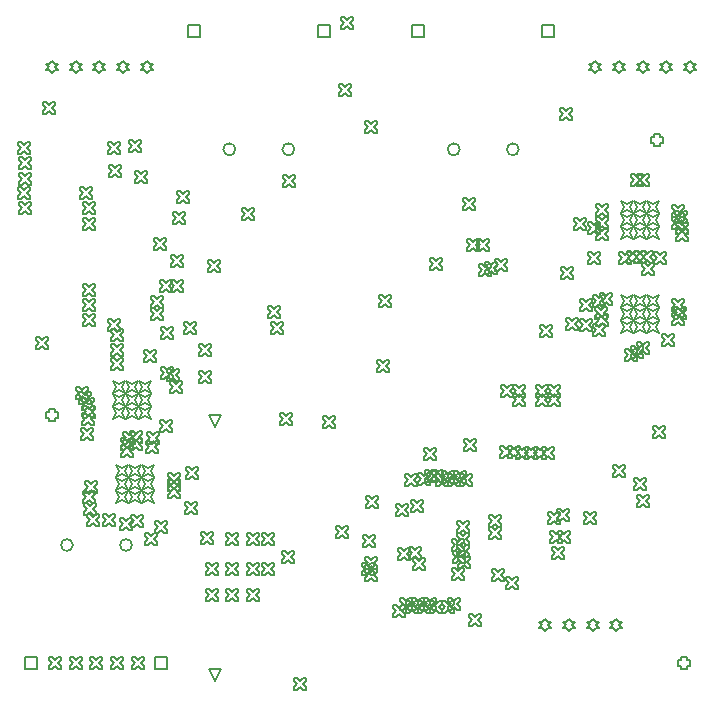
<source format=gbr>
%TF.GenerationSoftware,Altium Limited,Altium Designer,24.7.2 (38)*%
G04 Layer_Color=2752767*
%FSLAX45Y45*%
%MOMM*%
%TF.SameCoordinates,0E07C861-06C4-4886-B41C-83883A41DA48*%
%TF.FilePolarity,Positive*%
%TF.FileFunction,Drawing*%
%TF.Part,Single*%
G01*
G75*
%TA.AperFunction,NonConductor*%
%ADD73C,0.12700*%
%ADD123C,0.16933*%
D73*
X7650000Y7849200D02*
X7675400Y7874600D01*
X7700800D01*
X7675400Y7900000D01*
X7700800Y7925400D01*
X7675400D01*
X7650000Y7950800D01*
X7624600Y7925400D01*
X7599200D01*
X7624600Y7900000D01*
X7599200Y7874600D01*
X7624600D01*
X7650000Y7849200D01*
X7850000D02*
X7875400Y7874600D01*
X7900800D01*
X7875400Y7900000D01*
X7900800Y7925400D01*
X7875400D01*
X7850000Y7950800D01*
X7824600Y7925400D01*
X7799200D01*
X7824600Y7900000D01*
X7799200Y7874600D01*
X7824600D01*
X7850000Y7849200D01*
X8050000D02*
X8075400Y7874600D01*
X8100800D01*
X8075400Y7900000D01*
X8100800Y7925400D01*
X8075400D01*
X8050000Y7950800D01*
X8024600Y7925400D01*
X7999200D01*
X8024600Y7900000D01*
X7999200Y7874600D01*
X8024600D01*
X8050000Y7849200D01*
X8250000D02*
X8275400Y7874600D01*
X8300800D01*
X8275400Y7900000D01*
X8300800Y7925400D01*
X8275400D01*
X8250000Y7950800D01*
X8224600Y7925400D01*
X8199200D01*
X8224600Y7900000D01*
X8199200Y7874600D01*
X8224600D01*
X8250000Y7849200D01*
X7450000D02*
X7475400Y7874600D01*
X7500800D01*
X7475400Y7900000D01*
X7500800Y7925400D01*
X7475400D01*
X7450000Y7950800D01*
X7424600Y7925400D01*
X7399200D01*
X7424600Y7900000D01*
X7399200Y7874600D01*
X7424600D01*
X7450000Y7849200D01*
X3050000D02*
X3075400Y7874600D01*
X3100800D01*
X3075400Y7900000D01*
X3100800Y7925400D01*
X3075400D01*
X3050000Y7950800D01*
X3024600Y7925400D01*
X2999200D01*
X3024600Y7900000D01*
X2999200Y7874600D01*
X3024600D01*
X3050000Y7849200D01*
X3250000D02*
X3275400Y7874600D01*
X3300800D01*
X3275400Y7900000D01*
X3300800Y7925400D01*
X3275400D01*
X3250000Y7950800D01*
X3224600Y7925400D01*
X3199200D01*
X3224600Y7900000D01*
X3199200Y7874600D01*
X3224600D01*
X3250000Y7849200D01*
X3450000D02*
X3475400Y7874600D01*
X3500800D01*
X3475400Y7900000D01*
X3500800Y7925400D01*
X3475400D01*
X3450000Y7950800D01*
X3424600Y7925400D01*
X3399200D01*
X3424600Y7900000D01*
X3399200Y7874600D01*
X3424600D01*
X3450000Y7849200D01*
X3650000D02*
X3675400Y7874600D01*
X3700800D01*
X3675400Y7900000D01*
X3700800Y7925400D01*
X3675400D01*
X3650000Y7950800D01*
X3624600Y7925400D01*
X3599200D01*
X3624600Y7900000D01*
X3599200Y7874600D01*
X3624600D01*
X3650000Y7849200D01*
X2850000D02*
X2875400Y7874600D01*
X2900800D01*
X2875400Y7900000D01*
X2900800Y7925400D01*
X2875400D01*
X2850000Y7950800D01*
X2824600Y7925400D01*
X2799200D01*
X2824600Y7900000D01*
X2799200Y7874600D01*
X2824600D01*
X2850000Y7849200D01*
X7225000Y3124200D02*
X7250400Y3149600D01*
X7275800D01*
X7250400Y3175000D01*
X7275800Y3200400D01*
X7250400D01*
X7225000Y3225800D01*
X7199600Y3200400D01*
X7174200D01*
X7199600Y3175000D01*
X7174200Y3149600D01*
X7199600D01*
X7225000Y3124200D01*
X7425000D02*
X7450400Y3149600D01*
X7475800D01*
X7450400Y3175000D01*
X7475800Y3200400D01*
X7450400D01*
X7425000Y3225800D01*
X7399600Y3200400D01*
X7374200D01*
X7399600Y3175000D01*
X7374200Y3149600D01*
X7399600D01*
X7425000Y3124200D01*
X7625000D02*
X7650400Y3149600D01*
X7675800D01*
X7650400Y3175000D01*
X7675800Y3200400D01*
X7650400D01*
X7625000Y3225800D01*
X7599600Y3200400D01*
X7574200D01*
X7599600Y3175000D01*
X7574200Y3149600D01*
X7599600D01*
X7625000Y3124200D01*
X7025000D02*
X7050400Y3149600D01*
X7075800D01*
X7050400Y3175000D01*
X7075800Y3200400D01*
X7050400D01*
X7025000Y3225800D01*
X6999600Y3200400D01*
X6974200D01*
X6999600Y3175000D01*
X6974200Y3149600D01*
X6999600D01*
X7025000Y3124200D01*
X4225000Y2699200D02*
X4174200Y2800800D01*
X4275800D01*
X4225000Y2699200D01*
Y4849200D02*
X4174200Y4950800D01*
X4275800D01*
X4225000Y4849200D01*
X3724200Y2799200D02*
Y2900800D01*
X3825800D01*
Y2799200D01*
X3724200D01*
X2624200D02*
Y2900800D01*
X2725800D01*
Y2799200D01*
X2624200D01*
X5899200Y8149200D02*
Y8250800D01*
X6000800D01*
Y8149200D01*
X5899200D01*
X6999200D02*
Y8250800D01*
X7100800D01*
Y8149200D01*
X6999200D01*
X3999200D02*
Y8250800D01*
X4100800D01*
Y8149200D01*
X3999200D01*
X5099200D02*
Y8250800D01*
X5200800D01*
Y8149200D01*
X5099200D01*
X3524200Y2799200D02*
X3549600D01*
X3575000Y2824600D01*
X3600400Y2799200D01*
X3625800D01*
Y2824600D01*
X3600400Y2850000D01*
X3625800Y2875400D01*
Y2900800D01*
X3600400D01*
X3575000Y2875400D01*
X3549600Y2900800D01*
X3524200D01*
Y2875400D01*
X3549600Y2850000D01*
X3524200Y2824600D01*
Y2799200D01*
X3349200D02*
X3374600D01*
X3400000Y2824600D01*
X3425400Y2799200D01*
X3450800D01*
Y2824600D01*
X3425400Y2850000D01*
X3450800Y2875400D01*
Y2900800D01*
X3425400D01*
X3400000Y2875400D01*
X3374600Y2900800D01*
X3349200D01*
Y2875400D01*
X3374600Y2850000D01*
X3349200Y2824600D01*
Y2799200D01*
X3174200D02*
X3199600D01*
X3225000Y2824600D01*
X3250400Y2799200D01*
X3275800D01*
Y2824600D01*
X3250400Y2850000D01*
X3275800Y2875400D01*
Y2900800D01*
X3250400D01*
X3225000Y2875400D01*
X3199600Y2900800D01*
X3174200D01*
Y2875400D01*
X3199600Y2850000D01*
X3174200Y2824600D01*
Y2799200D01*
X2999200D02*
X3024600D01*
X3050000Y2824600D01*
X3075400Y2799200D01*
X3100800D01*
Y2824600D01*
X3075400Y2850000D01*
X3100800Y2875400D01*
Y2900800D01*
X3075400D01*
X3050000Y2875400D01*
X3024600Y2900800D01*
X2999200D01*
Y2875400D01*
X3024600Y2850000D01*
X2999200Y2824600D01*
Y2799200D01*
X2824200D02*
X2849600D01*
X2875000Y2824600D01*
X2900400Y2799200D01*
X2925800D01*
Y2824600D01*
X2900400Y2850000D01*
X2925800Y2875400D01*
Y2900800D01*
X2900400D01*
X2875000Y2875400D01*
X2849600Y2900800D01*
X2824200D01*
Y2875400D01*
X2849600Y2850000D01*
X2824200Y2824600D01*
Y2799200D01*
X4149200Y3374200D02*
X4174600D01*
X4200000Y3399600D01*
X4225400Y3374200D01*
X4250800D01*
Y3399600D01*
X4225400Y3425000D01*
X4250800Y3450400D01*
Y3475800D01*
X4225400D01*
X4200000Y3450400D01*
X4174600Y3475800D01*
X4149200D01*
Y3450400D01*
X4174600Y3425000D01*
X4149200Y3399600D01*
Y3374200D01*
X4499200D02*
X4524600D01*
X4550000Y3399600D01*
X4575400Y3374200D01*
X4600800D01*
Y3399600D01*
X4575400Y3425000D01*
X4600800Y3450400D01*
Y3475800D01*
X4575400D01*
X4550000Y3450400D01*
X4524600Y3475800D01*
X4499200D01*
Y3450400D01*
X4524600Y3425000D01*
X4499200Y3399600D01*
Y3374200D01*
X4324200D02*
X4349600D01*
X4375000Y3399600D01*
X4400400Y3374200D01*
X4425800D01*
Y3399600D01*
X4400400Y3425000D01*
X4425800Y3450400D01*
Y3475800D01*
X4400400D01*
X4375000Y3450400D01*
X4349600Y3475800D01*
X4324200D01*
Y3450400D01*
X4349600Y3425000D01*
X4324200Y3399600D01*
Y3374200D01*
Y3849200D02*
X4349600D01*
X4375000Y3874600D01*
X4400400Y3849200D01*
X4425800D01*
Y3874600D01*
X4400400Y3900000D01*
X4425800Y3925400D01*
Y3950800D01*
X4400400D01*
X4375000Y3925400D01*
X4349600Y3950800D01*
X4324200D01*
Y3925400D01*
X4349600Y3900000D01*
X4324200Y3874600D01*
Y3849200D01*
Y3599200D02*
X4349600D01*
X4375000Y3624600D01*
X4400400Y3599200D01*
X4425800D01*
Y3624600D01*
X4400400Y3650000D01*
X4425800Y3675400D01*
Y3700800D01*
X4400400D01*
X4375000Y3675400D01*
X4349600Y3700800D01*
X4324200D01*
Y3675400D01*
X4349600Y3650000D01*
X4324200Y3624600D01*
Y3599200D01*
X4149200D02*
X4174600D01*
X4200000Y3624600D01*
X4225400Y3599200D01*
X4250800D01*
Y3624600D01*
X4225400Y3650000D01*
X4250800Y3675400D01*
Y3700800D01*
X4225400D01*
X4200000Y3675400D01*
X4174600Y3700800D01*
X4149200D01*
Y3675400D01*
X4174600Y3650000D01*
X4149200Y3624600D01*
Y3599200D01*
X4624200D02*
X4649600D01*
X4675000Y3624600D01*
X4700400Y3599200D01*
X4725800D01*
Y3624600D01*
X4700400Y3650000D01*
X4725800Y3675400D01*
Y3700800D01*
X4700400D01*
X4675000Y3675400D01*
X4649600Y3700800D01*
X4624200D01*
Y3675400D01*
X4649600Y3650000D01*
X4624200Y3624600D01*
Y3599200D01*
X4499200D02*
X4524600D01*
X4550000Y3624600D01*
X4575400Y3599200D01*
X4600800D01*
Y3624600D01*
X4575400Y3650000D01*
X4600800Y3675400D01*
Y3700800D01*
X4575400D01*
X4550000Y3675400D01*
X4524600Y3700800D01*
X4499200D01*
Y3675400D01*
X4524600Y3650000D01*
X4499200Y3624600D01*
Y3599200D01*
X4624200Y3849200D02*
X4649600D01*
X4675000Y3874600D01*
X4700400Y3849200D01*
X4725800D01*
Y3874600D01*
X4700400Y3900000D01*
X4725800Y3925400D01*
Y3950800D01*
X4700400D01*
X4675000Y3925400D01*
X4649600Y3950800D01*
X4624200D01*
Y3925400D01*
X4649600Y3900000D01*
X4624200Y3874600D01*
Y3849200D01*
X4499200D02*
X4524600D01*
X4550000Y3874600D01*
X4575400Y3849200D01*
X4600800D01*
Y3874600D01*
X4575400Y3900000D01*
X4600800Y3925400D01*
Y3950800D01*
X4575400D01*
X4550000Y3925400D01*
X4524600Y3950800D01*
X4499200D01*
Y3925400D01*
X4524600Y3900000D01*
X4499200Y3874600D01*
Y3849200D01*
X5256896Y3908779D02*
X5282296D01*
X5307696Y3934179D01*
X5333096Y3908779D01*
X5358496D01*
Y3934179D01*
X5333096Y3959579D01*
X5358496Y3984979D01*
Y4010379D01*
X5333096D01*
X5307696Y3984979D01*
X5282296Y4010379D01*
X5256896D01*
Y3984979D01*
X5282296Y3959579D01*
X5256896Y3934179D01*
Y3908779D01*
X4109200Y3859200D02*
X4134600D01*
X4160000Y3884600D01*
X4185400Y3859200D01*
X4210800D01*
Y3884600D01*
X4185400Y3910000D01*
X4210800Y3935400D01*
Y3960800D01*
X4185400D01*
X4160000Y3935400D01*
X4134600Y3960800D01*
X4109200D01*
Y3935400D01*
X4134600Y3910000D01*
X4109200Y3884600D01*
Y3859200D01*
X6337770Y4644950D02*
X6363170D01*
X6388570Y4670350D01*
X6413970Y4644950D01*
X6439370D01*
Y4670350D01*
X6413970Y4695750D01*
X6439370Y4721150D01*
Y4746550D01*
X6413970D01*
X6388570Y4721150D01*
X6363170Y4746550D01*
X6337770D01*
Y4721150D01*
X6363170Y4695750D01*
X6337770Y4670350D01*
Y4644950D01*
X7842850Y6134752D02*
X7868250D01*
X7893650Y6160152D01*
X7919050Y6134752D01*
X7944450D01*
Y6160152D01*
X7919050Y6185552D01*
X7944450Y6210952D01*
Y6236352D01*
X7919050D01*
X7893650Y6210952D01*
X7868250Y6236352D01*
X7842850D01*
Y6210952D01*
X7868250Y6185552D01*
X7842850Y6160152D01*
Y6134752D01*
X7649200Y6227652D02*
X7674600D01*
X7700000Y6253052D01*
X7725400Y6227652D01*
X7750800D01*
Y6253052D01*
X7725400Y6278452D01*
X7750800Y6303852D01*
Y6329252D01*
X7725400D01*
X7700000Y6303852D01*
X7674600Y6329252D01*
X7649200D01*
Y6303852D01*
X7674600Y6278452D01*
X7649200Y6253052D01*
Y6227652D01*
X7831396Y6236700D02*
X7856796D01*
X7882196Y6262100D01*
X7907596Y6236700D01*
X7932996D01*
Y6262100D01*
X7907596Y6287500D01*
X7932996Y6312900D01*
Y6338300D01*
X7907596D01*
X7882196Y6312900D01*
X7856796Y6338300D01*
X7831396D01*
Y6312900D01*
X7856796Y6287500D01*
X7831396Y6262100D01*
Y6236700D01*
X7713990D02*
X7739390D01*
X7764790Y6262100D01*
X7790190Y6236700D01*
X7815590D01*
Y6262100D01*
X7790190Y6287500D01*
X7815590Y6312900D01*
Y6338300D01*
X7790190D01*
X7764790Y6312900D01*
X7739390Y6338300D01*
X7713990D01*
Y6312900D01*
X7739390Y6287500D01*
X7713990Y6262100D01*
Y6236700D01*
X7774200Y6241700D02*
X7799600D01*
X7825000Y6267100D01*
X7850400Y6241700D01*
X7875800D01*
Y6267100D01*
X7850400Y6292500D01*
X7875800Y6317900D01*
Y6343300D01*
X7850400D01*
X7825000Y6317900D01*
X7799600Y6343300D01*
X7774200D01*
Y6317900D01*
X7799600Y6292500D01*
X7774200Y6267100D01*
Y6241700D01*
X7154200Y6104200D02*
X7179600D01*
X7205000Y6129600D01*
X7230400Y6104200D01*
X7255800D01*
Y6129600D01*
X7230400Y6155000D01*
X7255800Y6180400D01*
Y6205800D01*
X7230400D01*
X7205000Y6180400D01*
X7179600Y6205800D01*
X7154200D01*
Y6180400D01*
X7179600Y6155000D01*
X7154200Y6129600D01*
Y6104200D01*
X7429312Y5864859D02*
X7454712D01*
X7480112Y5890259D01*
X7505512Y5864859D01*
X7530912D01*
Y5890259D01*
X7505512Y5915659D01*
X7530912Y5941059D01*
Y5966459D01*
X7505512D01*
X7480112Y5941059D01*
X7454712Y5966459D01*
X7429312D01*
Y5941059D01*
X7454712Y5915659D01*
X7429312Y5890259D01*
Y5864859D01*
X7664200Y5864200D02*
X7689600Y5915000D01*
X7664200Y5965800D01*
X7715000Y5940400D01*
X7765800Y5965800D01*
X7740400Y5915000D01*
X7765800Y5864200D01*
X7715000Y5889600D01*
X7664200Y5864200D01*
X7774200D02*
X7799600Y5915000D01*
X7774200Y5965800D01*
X7825000Y5940400D01*
X7875800Y5965800D01*
X7850400Y5915000D01*
X7875800Y5864200D01*
X7825000Y5889600D01*
X7774200Y5864200D01*
X7884200D02*
X7909600Y5915000D01*
X7884200Y5965800D01*
X7935000Y5940400D01*
X7985800Y5965800D01*
X7960400Y5915000D01*
X7985800Y5864200D01*
X7935000Y5889600D01*
X7884200Y5864200D01*
X7664200Y5754200D02*
X7689600Y5805000D01*
X7664200Y5855800D01*
X7715000Y5830400D01*
X7765800Y5855800D01*
X7740400Y5805000D01*
X7765800Y5754200D01*
X7715000Y5779600D01*
X7664200Y5754200D01*
X7774200D02*
X7799600Y5805000D01*
X7774200Y5855800D01*
X7825000Y5830400D01*
X7875800Y5855800D01*
X7850400Y5805000D01*
X7875800Y5754200D01*
X7825000Y5779600D01*
X7774200Y5754200D01*
X7884200D02*
X7909600Y5805000D01*
X7884200Y5855800D01*
X7935000Y5830400D01*
X7985800Y5855800D01*
X7960400Y5805000D01*
X7985800Y5754200D01*
X7935000Y5779600D01*
X7884200Y5754200D01*
X7664200Y5644200D02*
X7689600Y5695000D01*
X7664200Y5745800D01*
X7715000Y5720400D01*
X7765800Y5745800D01*
X7740400Y5695000D01*
X7765800Y5644200D01*
X7715000Y5669600D01*
X7664200Y5644200D01*
X7774200D02*
X7799600Y5695000D01*
X7774200Y5745800D01*
X7825000Y5720400D01*
X7875800Y5745800D01*
X7850400Y5695000D01*
X7875800Y5644200D01*
X7825000Y5669600D01*
X7774200Y5644200D01*
X7884200D02*
X7909600Y5695000D01*
X7884200Y5745800D01*
X7935000Y5720400D01*
X7985800Y5745800D01*
X7960400Y5695000D01*
X7985800Y5644200D01*
X7935000Y5669600D01*
X7884200Y5644200D01*
X7196700Y5669200D02*
X7222100D01*
X7247500Y5694600D01*
X7272900Y5669200D01*
X7298300D01*
Y5694600D01*
X7272900Y5720000D01*
X7298300Y5745400D01*
Y5770800D01*
X7272900D01*
X7247500Y5745400D01*
X7222100Y5770800D01*
X7196700D01*
Y5745400D01*
X7222100Y5720000D01*
X7196700Y5694600D01*
Y5669200D01*
X7322200Y5834200D02*
X7347600D01*
X7373000Y5859600D01*
X7398400Y5834200D01*
X7423800D01*
Y5859600D01*
X7398400Y5885000D01*
X7423800Y5910400D01*
Y5935800D01*
X7398400D01*
X7373000Y5910400D01*
X7347600Y5935800D01*
X7322200D01*
Y5910400D01*
X7347600Y5885000D01*
X7322200Y5859600D01*
Y5834200D01*
X7485297Y5879200D02*
X7510697D01*
X7536097Y5904600D01*
X7561497Y5879200D01*
X7586897D01*
Y5904600D01*
X7561497Y5930000D01*
X7586897Y5955400D01*
Y5980800D01*
X7561497D01*
X7536097Y5955400D01*
X7510697Y5980800D01*
X7485297D01*
Y5955400D01*
X7510697Y5930000D01*
X7485297Y5904600D01*
Y5879200D01*
X3089200Y6779200D02*
X3114600D01*
X3140000Y6804600D01*
X3165400Y6779200D01*
X3190800D01*
Y6804600D01*
X3165400Y6830000D01*
X3190800Y6855400D01*
Y6880800D01*
X3165400D01*
X3140000Y6855400D01*
X3114600Y6880800D01*
X3089200D01*
Y6855400D01*
X3114600Y6830000D01*
X3089200Y6804600D01*
Y6779200D01*
X3686213Y5857326D02*
X3711613D01*
X3737013Y5882726D01*
X3762413Y5857326D01*
X3787813D01*
Y5882726D01*
X3762413Y5908126D01*
X3787813Y5933526D01*
Y5958926D01*
X3762413D01*
X3737013Y5933526D01*
X3711613Y5958926D01*
X3686213D01*
Y5933526D01*
X3711613Y5908126D01*
X3686213Y5882726D01*
Y5857326D01*
X3761800Y5989200D02*
X3787200D01*
X3812600Y6014600D01*
X3838000Y5989200D01*
X3863400D01*
Y6014600D01*
X3838000Y6040000D01*
X3863400Y6065400D01*
Y6090800D01*
X3838000D01*
X3812600Y6065400D01*
X3787200Y6090800D01*
X3761800D01*
Y6065400D01*
X3787200Y6040000D01*
X3761800Y6014600D01*
Y5989200D01*
X3852200D02*
X3877600D01*
X3903000Y6014600D01*
X3928400Y5989200D01*
X3953800D01*
Y6014600D01*
X3928400Y6040000D01*
X3953800Y6065400D01*
Y6090800D01*
X3928400D01*
X3903000Y6065400D01*
X3877600Y6090800D01*
X3852200D01*
Y6065400D01*
X3877600Y6040000D01*
X3852200Y6014600D01*
Y5989200D01*
X5601700Y5314214D02*
X5627100D01*
X5652500Y5339614D01*
X5677900Y5314214D01*
X5703300D01*
Y5339614D01*
X5677900Y5365014D01*
X5703300Y5390414D01*
Y5415814D01*
X5677900D01*
X5652500Y5390414D01*
X5627100Y5415814D01*
X5601700D01*
Y5390414D01*
X5627100Y5365014D01*
X5601700Y5339614D01*
Y5314214D01*
X3724200Y3949200D02*
X3749600D01*
X3775000Y3974600D01*
X3800400Y3949200D01*
X3825800D01*
Y3974600D01*
X3800400Y4000000D01*
X3825800Y4025400D01*
Y4050800D01*
X3800400D01*
X3775000Y4025400D01*
X3749600Y4050800D01*
X3724200D01*
Y4025400D01*
X3749600Y4000000D01*
X3724200Y3974600D01*
Y3949200D01*
X3632750Y3849200D02*
X3658150D01*
X3683550Y3874600D01*
X3708950Y3849200D01*
X3734350D01*
Y3874600D01*
X3708950Y3900000D01*
X3734350Y3925400D01*
Y3950800D01*
X3708950D01*
X3683550Y3925400D01*
X3658150Y3950800D01*
X3632750D01*
Y3925400D01*
X3658150Y3900000D01*
X3632750Y3874600D01*
Y3849200D01*
X3144200Y4015096D02*
X3169600D01*
X3195000Y4040496D01*
X3220400Y4015096D01*
X3245800D01*
Y4040496D01*
X3220400Y4065896D01*
X3245800Y4091296D01*
Y4116696D01*
X3220400D01*
X3195000Y4091296D01*
X3169600Y4116696D01*
X3144200D01*
Y4091296D01*
X3169600Y4065896D01*
X3144200Y4040496D01*
Y4015096D01*
X3117514Y4104789D02*
X3142914D01*
X3168314Y4130189D01*
X3193714Y4104789D01*
X3219114D01*
Y4130189D01*
X3193714Y4155589D01*
X3219114Y4180989D01*
Y4206389D01*
X3193714D01*
X3168314Y4180989D01*
X3142914Y4206389D01*
X3117514D01*
Y4180989D01*
X3142914Y4155589D01*
X3117514Y4130189D01*
Y4104789D01*
X3519200Y4005700D02*
X3544600D01*
X3570000Y4031100D01*
X3595400Y4005700D01*
X3620800D01*
Y4031100D01*
X3595400Y4056500D01*
X3620800Y4081900D01*
Y4107300D01*
X3595400D01*
X3570000Y4081900D01*
X3544600Y4107300D01*
X3519200D01*
Y4081900D01*
X3544600Y4056500D01*
X3519200Y4031100D01*
Y4005700D01*
X3424200Y3974200D02*
X3449600D01*
X3475000Y3999600D01*
X3500400Y3974200D01*
X3525800D01*
Y3999600D01*
X3500400Y4025000D01*
X3525800Y4050400D01*
Y4075800D01*
X3500400D01*
X3475000Y4050400D01*
X3449600Y4075800D01*
X3424200D01*
Y4050400D01*
X3449600Y4025000D01*
X3424200Y3999600D01*
Y3974200D01*
X2824600Y4924600D02*
Y4899200D01*
X2875400D01*
Y4924600D01*
X2900800D01*
Y4975400D01*
X2875400D01*
Y5000800D01*
X2824600D01*
Y4975400D01*
X2799200D01*
Y4924600D01*
X2824600D01*
X3979900Y4408500D02*
X4005300D01*
X4030700Y4433900D01*
X4056100Y4408500D01*
X4081500D01*
Y4433900D01*
X4056100Y4459300D01*
X4081500Y4484700D01*
Y4510100D01*
X4056100D01*
X4030700Y4484700D01*
X4005300Y4510100D01*
X3979900D01*
Y4484700D01*
X4005300Y4459300D01*
X3979900Y4433900D01*
Y4408500D01*
X3829200Y4359200D02*
X3854600D01*
X3880000Y4384600D01*
X3905400Y4359200D01*
X3930800D01*
Y4384600D01*
X3905400Y4410000D01*
X3930800Y4435400D01*
Y4460800D01*
X3905400D01*
X3880000Y4435400D01*
X3854600Y4460800D01*
X3829200D01*
Y4435400D01*
X3854600Y4410000D01*
X3829200Y4384600D01*
Y4359200D01*
Y4304200D02*
X3854600D01*
X3880000Y4329600D01*
X3905400Y4304200D01*
X3930800D01*
Y4329600D01*
X3905400Y4355000D01*
X3930800Y4380400D01*
Y4405800D01*
X3905400D01*
X3880000Y4380400D01*
X3854600Y4405800D01*
X3829200D01*
Y4380400D01*
X3854600Y4355000D01*
X3829200Y4329600D01*
Y4304200D01*
Y4249200D02*
X3854600D01*
X3880000Y4274600D01*
X3905400Y4249200D01*
X3930800D01*
Y4274600D01*
X3905400Y4300000D01*
X3930800Y4325400D01*
Y4350800D01*
X3905400D01*
X3880000Y4325400D01*
X3854600Y4350800D01*
X3829200D01*
Y4325400D01*
X3854600Y4300000D01*
X3829200Y4274600D01*
Y4249200D01*
X5839943Y4347041D02*
X5865343D01*
X5890743Y4372441D01*
X5916143Y4347041D01*
X5941543D01*
Y4372441D01*
X5916143Y4397841D01*
X5941543Y4423241D01*
Y4448641D01*
X5916143D01*
X5890743Y4423241D01*
X5865343Y4448641D01*
X5839943D01*
Y4423241D01*
X5865343Y4397841D01*
X5839943Y4372441D01*
Y4347041D01*
X5951173Y4361173D02*
X5976573D01*
X6001973Y4386573D01*
X6027373Y4361173D01*
X6052773D01*
Y4386573D01*
X6027373Y4411973D01*
X6052773Y4437373D01*
Y4462773D01*
X6027373D01*
X6001973Y4437373D01*
X5976573Y4462773D01*
X5951173D01*
Y4437373D01*
X5976573Y4411973D01*
X5951173Y4386573D01*
Y4361173D01*
X6690745Y3477655D02*
X6716145D01*
X6741545Y3503055D01*
X6766945Y3477655D01*
X6792345D01*
Y3503055D01*
X6766945Y3528455D01*
X6792345Y3553855D01*
Y3579255D01*
X6766945D01*
X6741545Y3553855D01*
X6716145Y3579255D01*
X6690745D01*
Y3553855D01*
X6716145Y3528455D01*
X6690745Y3503055D01*
Y3477655D01*
X6574200Y3549200D02*
X6599600D01*
X6625000Y3574600D01*
X6650400Y3549200D01*
X6675800D01*
Y3574600D01*
X6650400Y3600000D01*
X6675800Y3625400D01*
Y3650800D01*
X6650400D01*
X6625000Y3625400D01*
X6599600Y3650800D01*
X6574200D01*
Y3625400D01*
X6599600Y3600000D01*
X6574200Y3574600D01*
Y3549200D01*
X6149200Y4374200D02*
X6174600D01*
X6200000Y4399600D01*
X6225400Y4374200D01*
X6250800D01*
Y4399600D01*
X6225400Y4425000D01*
X6250800Y4450400D01*
Y4475800D01*
X6225400D01*
X6200000Y4450400D01*
X6174600Y4475800D01*
X6149200D01*
Y4450400D01*
X6174600Y4425000D01*
X6149200Y4399600D01*
Y4374200D01*
X6100605Y4347942D02*
X6126005D01*
X6151405Y4373342D01*
X6176805Y4347942D01*
X6202205D01*
Y4373342D01*
X6176805Y4398742D01*
X6202205Y4424142D01*
Y4449542D01*
X6176805D01*
X6151405Y4424142D01*
X6126005Y4449542D01*
X6100605D01*
Y4424142D01*
X6126005Y4398742D01*
X6100605Y4373342D01*
Y4347942D01*
X7939200Y4759200D02*
X7964600D01*
X7990000Y4784600D01*
X8015400Y4759200D01*
X8040800D01*
Y4784600D01*
X8015400Y4810000D01*
X8040800Y4835400D01*
Y4860800D01*
X8015400D01*
X7990000Y4835400D01*
X7964600Y4860800D01*
X7939200D01*
Y4835400D01*
X7964600Y4810000D01*
X7939200Y4784600D01*
Y4759200D01*
X3584200Y4914200D02*
X3609600Y4965000D01*
X3584200Y5015800D01*
X3635000Y4990400D01*
X3685800Y5015800D01*
X3660400Y4965000D01*
X3685800Y4914200D01*
X3635000Y4939600D01*
X3584200Y4914200D01*
X3474200D02*
X3499600Y4965000D01*
X3474200Y5015800D01*
X3525000Y4990400D01*
X3575800Y5015800D01*
X3550400Y4965000D01*
X3575800Y4914200D01*
X3525000Y4939600D01*
X3474200Y4914200D01*
X3364200D02*
X3389600Y4965000D01*
X3364200Y5015800D01*
X3415000Y4990400D01*
X3465800Y5015800D01*
X3440400Y4965000D01*
X3465800Y4914200D01*
X3415000Y4939600D01*
X3364200Y4914200D01*
X3584200Y5024200D02*
X3609600Y5075000D01*
X3584200Y5125800D01*
X3635000Y5100400D01*
X3685800Y5125800D01*
X3660400Y5075000D01*
X3685800Y5024200D01*
X3635000Y5049600D01*
X3584200Y5024200D01*
X3474200D02*
X3499600Y5075000D01*
X3474200Y5125800D01*
X3525000Y5100400D01*
X3575800Y5125800D01*
X3550400Y5075000D01*
X3575800Y5024200D01*
X3525000Y5049600D01*
X3474200Y5024200D01*
X3364200D02*
X3389600Y5075000D01*
X3364200Y5125800D01*
X3415000Y5100400D01*
X3465800Y5125800D01*
X3440400Y5075000D01*
X3465800Y5024200D01*
X3415000Y5049600D01*
X3364200Y5024200D01*
X3584200Y5134200D02*
X3609600Y5185000D01*
X3584200Y5235800D01*
X3635000Y5210400D01*
X3685800Y5235800D01*
X3660400Y5185000D01*
X3685800Y5134200D01*
X3635000Y5159600D01*
X3584200Y5134200D01*
X3474200D02*
X3499600Y5185000D01*
X3474200Y5235800D01*
X3525000Y5210400D01*
X3575800Y5235800D01*
X3550400Y5185000D01*
X3575800Y5134200D01*
X3525000Y5159600D01*
X3474200Y5134200D01*
X3364200D02*
X3389600Y5185000D01*
X3364200Y5235800D01*
X3415000Y5210400D01*
X3465800Y5235800D01*
X3440400Y5185000D01*
X3465800Y5134200D01*
X3415000Y5159600D01*
X3364200Y5134200D01*
X3549200Y6919200D02*
X3574600D01*
X3600000Y6944600D01*
X3625400Y6919200D01*
X3650800D01*
Y6944600D01*
X3625400Y6970000D01*
X3650800Y6995400D01*
Y7020800D01*
X3625400D01*
X3600000Y6995400D01*
X3574600Y7020800D01*
X3549200D01*
Y6995400D01*
X3574600Y6970000D01*
X3549200Y6944600D01*
Y6919200D01*
X3497178Y7177178D02*
X3522578D01*
X3547978Y7202578D01*
X3573378Y7177178D01*
X3598778D01*
Y7202578D01*
X3573378Y7227978D01*
X3598778Y7253378D01*
Y7278778D01*
X3573378D01*
X3547978Y7253378D01*
X3522578Y7278778D01*
X3497178D01*
Y7253378D01*
X3522578Y7227978D01*
X3497178Y7202578D01*
Y7177178D01*
X2769200Y7499200D02*
X2794600D01*
X2820000Y7524600D01*
X2845400Y7499200D01*
X2870800D01*
Y7524600D01*
X2845400Y7550000D01*
X2870800Y7575400D01*
Y7600800D01*
X2845400D01*
X2820000Y7575400D01*
X2794600Y7600800D01*
X2769200D01*
Y7575400D01*
X2794600Y7550000D01*
X2769200Y7524600D01*
Y7499200D01*
X3853184Y6203183D02*
X3878584D01*
X3903984Y6228583D01*
X3929384Y6203183D01*
X3954784D01*
Y6228583D01*
X3929384Y6253983D01*
X3954784Y6279383D01*
Y6304783D01*
X3929384D01*
X3903984Y6279383D01*
X3878584Y6304783D01*
X3853184D01*
Y6279383D01*
X3878584Y6253983D01*
X3853184Y6228583D01*
Y6203183D01*
X3319200Y5659200D02*
X3344600D01*
X3370000Y5684600D01*
X3395400Y5659200D01*
X3420800D01*
Y5684600D01*
X3395400Y5710000D01*
X3420800Y5735400D01*
Y5760800D01*
X3395400D01*
X3370000Y5735400D01*
X3344600Y5760800D01*
X3319200D01*
Y5735400D01*
X3344600Y5710000D01*
X3319200Y5684600D01*
Y5659200D01*
X3348700Y5574200D02*
X3374100D01*
X3399500Y5599600D01*
X3424900Y5574200D01*
X3450300D01*
Y5599600D01*
X3424900Y5625000D01*
X3450300Y5650400D01*
Y5675800D01*
X3424900D01*
X3399500Y5650400D01*
X3374100Y5675800D01*
X3348700D01*
Y5650400D01*
X3374100Y5625000D01*
X3348700Y5599600D01*
Y5574200D01*
X3429700Y4595887D02*
X3455100D01*
X3480500Y4621287D01*
X3505900Y4595887D01*
X3531300D01*
Y4621287D01*
X3505900Y4646687D01*
X3531300Y4672087D01*
Y4697487D01*
X3505900D01*
X3480500Y4672087D01*
X3455100Y4697487D01*
X3429700D01*
Y4672087D01*
X3455100Y4646687D01*
X3429700Y4621287D01*
Y4595887D01*
X3429600Y4651899D02*
X3455000D01*
X3480400Y4677299D01*
X3505800Y4651899D01*
X3531200D01*
Y4677299D01*
X3505800Y4702699D01*
X3531200Y4728099D01*
Y4753499D01*
X3505800D01*
X3480400Y4728099D01*
X3455000Y4753499D01*
X3429600D01*
Y4728099D01*
X3455000Y4702699D01*
X3429600Y4677299D01*
Y4651899D01*
X3348700Y5331020D02*
X3374100D01*
X3399500Y5356420D01*
X3424900Y5331020D01*
X3450300D01*
Y5356420D01*
X3424900Y5381820D01*
X3450300Y5407220D01*
Y5432620D01*
X3424900D01*
X3399500Y5407220D01*
X3374100Y5432620D01*
X3348700D01*
Y5407220D01*
X3374100Y5381820D01*
X3348700Y5356420D01*
Y5331020D01*
Y5449200D02*
X3374100D01*
X3399500Y5474600D01*
X3424900Y5449200D01*
X3450300D01*
Y5474600D01*
X3424900Y5500000D01*
X3450300Y5525400D01*
Y5550800D01*
X3424900D01*
X3399500Y5525400D01*
X3374100Y5550800D01*
X3348700D01*
Y5525400D01*
X3374100Y5500000D01*
X3348700Y5474600D01*
Y5449200D01*
X5900991Y3637700D02*
X5926391D01*
X5951791Y3663100D01*
X5977191Y3637700D01*
X6002591D01*
Y3663100D01*
X5977191Y3688500D01*
X6002591Y3713900D01*
Y3739300D01*
X5977191D01*
X5951791Y3713900D01*
X5926391Y3739300D01*
X5900991D01*
Y3713900D01*
X5926391Y3688500D01*
X5900991Y3663100D01*
Y3637700D01*
X6287838Y3657838D02*
X6313238D01*
X6338638Y3683238D01*
X6364038Y3657838D01*
X6389438D01*
Y3683238D01*
X6364038Y3708638D01*
X6389438Y3734038D01*
Y3759438D01*
X6364038D01*
X6338638Y3734038D01*
X6313238Y3759438D01*
X6287838D01*
Y3734038D01*
X6313238Y3708638D01*
X6287838Y3683238D01*
Y3657838D01*
X6239593Y3700334D02*
X6264993D01*
X6290393Y3725734D01*
X6315793Y3700334D01*
X6341193D01*
Y3725734D01*
X6315793Y3751134D01*
X6341193Y3776534D01*
Y3801934D01*
X6315793D01*
X6290393Y3776534D01*
X6264993Y3801934D01*
X6239593D01*
Y3776534D01*
X6264993Y3751134D01*
X6239593Y3725734D01*
Y3700334D01*
X6231149Y3556700D02*
X6256549D01*
X6281949Y3582100D01*
X6307349Y3556700D01*
X6332749D01*
Y3582100D01*
X6307349Y3607500D01*
X6332749Y3632900D01*
Y3658300D01*
X6307349D01*
X6281949Y3632900D01*
X6256549Y3658300D01*
X6231149D01*
Y3632900D01*
X6256549Y3607500D01*
X6231149Y3582100D01*
Y3556700D01*
X3453465Y4704161D02*
X3478865D01*
X3504265Y4729561D01*
X3529665Y4704161D01*
X3555065D01*
Y4729561D01*
X3529665Y4754961D01*
X3555065Y4780361D01*
Y4805761D01*
X3529665D01*
X3504265Y4780361D01*
X3478865Y4805761D01*
X3453465D01*
Y4780361D01*
X3478865Y4754961D01*
X3453465Y4729561D01*
Y4704161D01*
X6279200Y3949200D02*
X6304600D01*
X6330000Y3974600D01*
X6355400Y3949200D01*
X6380800D01*
Y3974600D01*
X6355400Y4000000D01*
X6380800Y4025400D01*
Y4050800D01*
X6355400D01*
X6330000Y4025400D01*
X6304600Y4050800D01*
X6279200D01*
Y4025400D01*
X6304600Y4000000D01*
X6279200Y3974600D01*
Y3949200D01*
X6514200Y6141475D02*
X6539600D01*
X6565000Y6166875D01*
X6590400Y6141475D01*
X6615800D01*
Y6166875D01*
X6590400Y6192275D01*
X6615800Y6217675D01*
Y6243075D01*
X6590400D01*
X6565000Y6217675D01*
X6539600Y6243075D01*
X6514200D01*
Y6217675D01*
X6539600Y6192275D01*
X6514200Y6166875D01*
Y6141475D01*
X6461138Y6127001D02*
X6486538D01*
X6511938Y6152401D01*
X6537338Y6127001D01*
X6562738D01*
Y6152401D01*
X6537338Y6177801D01*
X6562738Y6203201D01*
Y6228601D01*
X6537338D01*
X6511938Y6203201D01*
X6486538Y6228601D01*
X6461138D01*
Y6203201D01*
X6486538Y6177801D01*
X6461138Y6152401D01*
Y6127001D01*
X6599200Y6169200D02*
X6624600D01*
X6650000Y6194600D01*
X6675400Y6169200D01*
X6700800D01*
Y6194600D01*
X6675400Y6220000D01*
X6700800Y6245400D01*
Y6270800D01*
X6675400D01*
X6650000Y6245400D01*
X6624600Y6270800D01*
X6599200D01*
Y6245400D01*
X6624600Y6220000D01*
X6599200Y6194600D01*
Y6169200D01*
X7749200Y6889200D02*
X7774600D01*
X7800000Y6914600D01*
X7825400Y6889200D01*
X7850800D01*
Y6914600D01*
X7825400Y6940000D01*
X7850800Y6965400D01*
Y6990800D01*
X7825400D01*
X7800000Y6965400D01*
X7774600Y6990800D01*
X7749200D01*
Y6965400D01*
X7774600Y6940000D01*
X7749200Y6914600D01*
Y6889200D01*
X7799200D02*
X7824600D01*
X7850000Y6914600D01*
X7875400Y6889200D01*
X7900800D01*
Y6914600D01*
X7875400Y6940000D01*
X7900800Y6965400D01*
Y6990800D01*
X7875400D01*
X7850000Y6965400D01*
X7824600Y6990800D01*
X7799200D01*
Y6965400D01*
X7824600Y6940000D01*
X7799200Y6914600D01*
Y6889200D01*
X7949200Y6229200D02*
X7974600D01*
X8000000Y6254600D01*
X8025400Y6229200D01*
X8050800D01*
Y6254600D01*
X8025400Y6280000D01*
X8050800Y6305400D01*
Y6330800D01*
X8025400D01*
X8000000Y6305400D01*
X7974600Y6330800D01*
X7949200D01*
Y6305400D01*
X7974600Y6280000D01*
X7949200Y6254600D01*
Y6229200D01*
X7319200Y5659200D02*
X7344600D01*
X7370000Y5684600D01*
X7395400Y5659200D01*
X7420800D01*
Y5684600D01*
X7395400Y5710000D01*
X7420800Y5735400D01*
Y5760800D01*
X7395400D01*
X7370000Y5735400D01*
X7344600Y5760800D01*
X7319200D01*
Y5735400D01*
X7344600Y5710000D01*
X7319200Y5684600D01*
Y5659200D01*
X7699200Y5404200D02*
X7724600D01*
X7750000Y5429600D01*
X7775400Y5404200D01*
X7800800D01*
Y5429600D01*
X7775400Y5455000D01*
X7800800Y5480400D01*
Y5505800D01*
X7775400D01*
X7750000Y5480400D01*
X7724600Y5505800D01*
X7699200D01*
Y5480400D01*
X7724600Y5455000D01*
X7699200Y5429600D01*
Y5404200D01*
X5874200Y3730200D02*
X5899600D01*
X5925000Y3755600D01*
X5950400Y3730200D01*
X5975800D01*
Y3755600D01*
X5950400Y3781000D01*
X5975800Y3806400D01*
Y3831800D01*
X5950400D01*
X5925000Y3806400D01*
X5899600Y3831800D01*
X5874200D01*
Y3806400D01*
X5899600Y3781000D01*
X5874200Y3755600D01*
Y3730200D01*
X5509200Y4159200D02*
X5534600D01*
X5560000Y4184600D01*
X5585400Y4159200D01*
X5610800D01*
Y4184600D01*
X5585400Y4210000D01*
X5610800Y4235400D01*
Y4260800D01*
X5585400D01*
X5560000Y4235400D01*
X5534600Y4260800D01*
X5509200D01*
Y4235400D01*
X5534600Y4210000D01*
X5509200Y4184600D01*
Y4159200D01*
X3510600Y4656700D02*
X3536000D01*
X3561400Y4682100D01*
X3586800Y4656700D01*
X3612200D01*
Y4682100D01*
X3586800Y4707500D01*
X3612200Y4732900D01*
Y4758300D01*
X3586800D01*
X3561400Y4732900D01*
X3536000Y4758300D01*
X3510600D01*
Y4732900D01*
X3536000Y4707500D01*
X3510600Y4682100D01*
Y4656700D01*
X3508464Y4711658D02*
X3533864D01*
X3559264Y4737058D01*
X3584664Y4711658D01*
X3610064D01*
Y4737058D01*
X3584664Y4762458D01*
X3610064Y4787858D01*
Y4813258D01*
X3584664D01*
X3559264Y4787858D01*
X3533864Y4813258D01*
X3508464D01*
Y4787858D01*
X3533864Y4762458D01*
X3508464Y4737058D01*
Y4711658D01*
X3761335Y4805867D02*
X3786735D01*
X3812135Y4831267D01*
X3837535Y4805867D01*
X3862935D01*
Y4831267D01*
X3837535Y4856667D01*
X3862935Y4882067D01*
Y4907467D01*
X3837535D01*
X3812135Y4882067D01*
X3786735Y4907467D01*
X3761335D01*
Y4882067D01*
X3786735Y4856667D01*
X3761335Y4831267D01*
Y4805867D01*
X4096420Y5449200D02*
X4121820D01*
X4147220Y5474600D01*
X4172620Y5449200D01*
X4198020D01*
Y5474600D01*
X4172620Y5500000D01*
X4198020Y5525400D01*
Y5550800D01*
X4172620D01*
X4147220Y5525400D01*
X4121820Y5550800D01*
X4096420D01*
Y5525400D01*
X4121820Y5500000D01*
X4096420Y5474600D01*
Y5449200D01*
X5296700Y8216700D02*
X5322100D01*
X5347500Y8242100D01*
X5372900Y8216700D01*
X5398300D01*
Y8242100D01*
X5372900Y8267500D01*
X5398300Y8292900D01*
Y8318300D01*
X5372900D01*
X5347500Y8292900D01*
X5322100Y8318300D01*
X5296700D01*
Y8292900D01*
X5322100Y8267500D01*
X5296700Y8242100D01*
Y8216700D01*
X3713748Y6348217D02*
X3739148D01*
X3764548Y6373617D01*
X3789948Y6348217D01*
X3815348D01*
Y6373617D01*
X3789948Y6399017D01*
X3815348Y6424417D01*
Y6449817D01*
X3789948D01*
X3764548Y6424417D01*
X3739148Y6449817D01*
X3713748D01*
Y6424417D01*
X3739148Y6399017D01*
X3713748Y6373617D01*
Y6348217D01*
X7149200Y7449200D02*
X7174600D01*
X7200000Y7474600D01*
X7225400Y7449200D01*
X7250800D01*
Y7474600D01*
X7225400Y7500000D01*
X7250800Y7525400D01*
Y7550800D01*
X7225400D01*
X7200000Y7525400D01*
X7174600Y7550800D01*
X7149200D01*
Y7525400D01*
X7174600Y7500000D01*
X7149200Y7474600D01*
Y7449200D01*
X3113200Y5955200D02*
X3138600D01*
X3164000Y5980600D01*
X3189400Y5955200D01*
X3214800D01*
Y5980600D01*
X3189400Y6006000D01*
X3214800Y6031400D01*
Y6056800D01*
X3189400D01*
X3164000Y6031400D01*
X3138600Y6056800D01*
X3113200D01*
Y6031400D01*
X3138600Y6006000D01*
X3113200Y5980600D01*
Y5955200D01*
X2567699Y6649200D02*
X2593099D01*
X2618499Y6674600D01*
X2643899Y6649200D01*
X2669299D01*
Y6674600D01*
X2643899Y6700000D01*
X2669299Y6725400D01*
Y6750800D01*
X2643899D01*
X2618499Y6725400D01*
X2593099Y6750800D01*
X2567699D01*
Y6725400D01*
X2593099Y6700000D01*
X2567699Y6674600D01*
Y6649200D01*
X2558700Y6779200D02*
X2584100D01*
X2609500Y6804600D01*
X2634900Y6779200D01*
X2660300D01*
Y6804600D01*
X2634900Y6830000D01*
X2660300Y6855400D01*
Y6880800D01*
X2634900D01*
X2609500Y6855400D01*
X2584100Y6880800D01*
X2558700D01*
Y6855400D01*
X2584100Y6830000D01*
X2558700Y6804600D01*
Y6779200D01*
X7456223Y6436223D02*
X7481623D01*
X7507023Y6461623D01*
X7532423Y6436223D01*
X7557823D01*
Y6461623D01*
X7532423Y6487023D01*
X7557823Y6512423D01*
Y6537823D01*
X7532423D01*
X7507023Y6512423D01*
X7481623Y6537823D01*
X7456223D01*
Y6512423D01*
X7481623Y6487023D01*
X7456223Y6461623D01*
Y6436223D01*
X7385062Y6479613D02*
X7410462D01*
X7435862Y6505013D01*
X7461262Y6479613D01*
X7486662D01*
Y6505013D01*
X7461262Y6530413D01*
X7486662Y6555813D01*
Y6581213D01*
X7461262D01*
X7435862Y6555813D01*
X7410462Y6581213D01*
X7385062D01*
Y6555813D01*
X7410462Y6530413D01*
X7385062Y6505013D01*
Y6479613D01*
X7384200Y6228700D02*
X7409600D01*
X7435000Y6254100D01*
X7460400Y6228700D01*
X7485800D01*
Y6254100D01*
X7460400Y6279500D01*
X7485800Y6304900D01*
Y6330300D01*
X7460400D01*
X7435000Y6304900D01*
X7409600Y6330300D01*
X7384200D01*
Y6304900D01*
X7409600Y6279500D01*
X7384200Y6254100D01*
Y6228700D01*
X2564396Y7157200D02*
X2589796D01*
X2615196Y7182600D01*
X2640596Y7157200D01*
X2665996D01*
Y7182600D01*
X2640596Y7208000D01*
X2665996Y7233400D01*
Y7258800D01*
X2640596D01*
X2615196Y7233400D01*
X2589796Y7258800D01*
X2564396D01*
Y7233400D01*
X2589796Y7208000D01*
X2564396Y7182600D01*
Y7157200D01*
X7269200Y6519200D02*
X7294600D01*
X7320000Y6544600D01*
X7345400Y6519200D01*
X7370800D01*
Y6544600D01*
X7345400Y6570000D01*
X7370800Y6595400D01*
Y6620800D01*
X7345400D01*
X7320000Y6595400D01*
X7294600Y6620800D01*
X7269200D01*
Y6595400D01*
X7294600Y6570000D01*
X7269200Y6544600D01*
Y6519200D01*
X2567699Y7030200D02*
X2593099D01*
X2618499Y7055600D01*
X2643899Y7030200D01*
X2669299D01*
Y7055600D01*
X2643899Y7081000D01*
X2669299Y7106400D01*
Y7131800D01*
X2643899D01*
X2618499Y7106400D01*
X2593099Y7131800D01*
X2567699D01*
Y7106400D01*
X2593099Y7081000D01*
X2567699Y7055600D01*
Y7030200D01*
Y6899200D02*
X2593099D01*
X2618499Y6924600D01*
X2643899Y6899200D01*
X2669299D01*
Y6924600D01*
X2643899Y6950000D01*
X2669299Y6975400D01*
Y7000800D01*
X2643899D01*
X2618499Y6975400D01*
X2593099Y7000800D01*
X2567699D01*
Y6975400D01*
X2593099Y6950000D01*
X2567699Y6924600D01*
Y6899200D01*
X7452838Y6632838D02*
X7478238D01*
X7503638Y6658238D01*
X7529038Y6632838D01*
X7554438D01*
Y6658238D01*
X7529038Y6683638D01*
X7554438Y6709038D01*
Y6734438D01*
X7529038D01*
X7503638Y6709038D01*
X7478238Y6734438D01*
X7452838D01*
Y6709038D01*
X7478238Y6683638D01*
X7452838Y6658238D01*
Y6632838D01*
X7450526Y6528108D02*
X7475926D01*
X7501326Y6553508D01*
X7526726Y6528108D01*
X7552126D01*
Y6553508D01*
X7526726Y6578908D01*
X7552126Y6604308D01*
Y6629708D01*
X7526726D01*
X7501326Y6604308D01*
X7475926Y6629708D01*
X7450526D01*
Y6604308D01*
X7475926Y6578908D01*
X7450526Y6553508D01*
Y6528108D01*
X3110200Y5828200D02*
X3135600D01*
X3161000Y5853600D01*
X3186400Y5828200D01*
X3211800D01*
Y5853600D01*
X3186400Y5879000D01*
X3211800Y5904400D01*
Y5929800D01*
X3186400D01*
X3161000Y5904400D01*
X3135600Y5929800D01*
X3110200D01*
Y5904400D01*
X3135600Y5879000D01*
X3110200Y5853600D01*
Y5828200D01*
X3111700Y5701200D02*
X3137100D01*
X3162500Y5726600D01*
X3187900Y5701200D01*
X3213300D01*
Y5726600D01*
X3187900Y5752000D01*
X3213300Y5777400D01*
Y5802800D01*
X3187900D01*
X3162500Y5777400D01*
X3137100Y5802800D01*
X3111700D01*
Y5777400D01*
X3137100Y5752000D01*
X3111700Y5726600D01*
Y5701200D01*
X2709200Y5509700D02*
X2734600D01*
X2760000Y5535100D01*
X2785400Y5509700D01*
X2810800D01*
Y5535100D01*
X2785400Y5560500D01*
X2810800Y5585900D01*
Y5611300D01*
X2785400D01*
X2760000Y5585900D01*
X2734600Y5611300D01*
X2709200D01*
Y5585900D01*
X2734600Y5560500D01*
X2709200Y5535100D01*
Y5509700D01*
X3099200Y4989200D02*
X3124600D01*
X3150000Y5014600D01*
X3175400Y4989200D01*
X3200800D01*
Y5014600D01*
X3175400Y5040000D01*
X3200800Y5065400D01*
Y5090800D01*
X3175400D01*
X3150000Y5065400D01*
X3124600Y5090800D01*
X3099200D01*
Y5065400D01*
X3124600Y5040000D01*
X3099200Y5014600D01*
Y4989200D01*
X5888320Y4131700D02*
X5913720D01*
X5939120Y4157100D01*
X5964520Y4131700D01*
X5989920D01*
Y4157100D01*
X5964520Y4182500D01*
X5989920Y4207900D01*
Y4233300D01*
X5964520D01*
X5939120Y4207900D01*
X5913720Y4233300D01*
X5888320D01*
Y4207900D01*
X5913720Y4182500D01*
X5888320Y4157100D01*
Y4131700D01*
X4705700Y5637467D02*
X4731100D01*
X4756500Y5662867D01*
X4781900Y5637467D01*
X4807300D01*
Y5662867D01*
X4781900Y5688267D01*
X4807300Y5713667D01*
Y5739067D01*
X4781900D01*
X4756500Y5713667D01*
X4731100Y5739067D01*
X4705700D01*
Y5713667D01*
X4731100Y5688267D01*
X4705700Y5662867D01*
Y5637467D01*
X6004749Y4380926D02*
X6030149D01*
X6055549Y4406326D01*
X6080949Y4380926D01*
X6106349D01*
Y4406326D01*
X6080949Y4431726D01*
X6106349Y4457126D01*
Y4482526D01*
X6080949D01*
X6055549Y4457126D01*
X6030149Y4482526D01*
X6004749D01*
Y4457126D01*
X6030149Y4431726D01*
X6004749Y4406326D01*
Y4380926D01*
X6059624Y4384624D02*
X6085024D01*
X6110424Y4410024D01*
X6135824Y4384624D01*
X6161224D01*
Y4410024D01*
X6135824Y4435424D01*
X6161224Y4460824D01*
Y4486224D01*
X6135824D01*
X6110424Y4460824D01*
X6085024Y4486224D01*
X6059624D01*
Y4460824D01*
X6085024Y4435424D01*
X6059624Y4410024D01*
Y4384624D01*
X3909200Y6749200D02*
X3934600D01*
X3960000Y6774600D01*
X3985400Y6749200D01*
X4010800D01*
Y6774600D01*
X3985400Y6800000D01*
X4010800Y6825400D01*
Y6850800D01*
X3985400D01*
X3960000Y6825400D01*
X3934600Y6850800D01*
X3909200D01*
Y6825400D01*
X3934600Y6800000D01*
X3909200Y6774600D01*
Y6749200D01*
X5614700Y5864700D02*
X5640100D01*
X5665500Y5890100D01*
X5690900Y5864700D01*
X5716300D01*
Y5890100D01*
X5690900Y5915500D01*
X5716300Y5940900D01*
Y5966300D01*
X5690900D01*
X5665500Y5940900D01*
X5640100Y5966300D01*
X5614700D01*
Y5940900D01*
X5640100Y5915500D01*
X5614700Y5890100D01*
Y5864700D01*
X4801500Y6881900D02*
X4826900D01*
X4852300Y6907300D01*
X4877700Y6881900D01*
X4903100D01*
Y6907300D01*
X4877700Y6932700D01*
X4903100Y6958100D01*
Y6983500D01*
X4877700D01*
X4852300Y6958100D01*
X4826900Y6983500D01*
X4801500D01*
Y6958100D01*
X4826900Y6932700D01*
X4801500Y6907300D01*
Y6881900D01*
X5499200Y3549200D02*
X5524600D01*
X5550000Y3574600D01*
X5575400Y3549200D01*
X5600800D01*
Y3574600D01*
X5575400Y3600000D01*
X5600800Y3625400D01*
Y3650800D01*
X5575400D01*
X5550000Y3625400D01*
X5524600Y3650800D01*
X5499200D01*
Y3625400D01*
X5524600Y3600000D01*
X5499200Y3574600D01*
Y3549200D01*
X3974200Y4108700D02*
X3999600D01*
X4025000Y4134100D01*
X4050400Y4108700D01*
X4075800D01*
Y4134100D01*
X4050400Y4159500D01*
X4075800Y4184900D01*
Y4210300D01*
X4050400D01*
X4025000Y4184900D01*
X3999600Y4210300D01*
X3974200D01*
Y4184900D01*
X3999600Y4159500D01*
X3974200Y4134100D01*
Y4108700D01*
X3649200Y4708699D02*
X3674600D01*
X3700000Y4734099D01*
X3725400Y4708699D01*
X3750800D01*
Y4734099D01*
X3725400Y4759499D01*
X3750800Y4784899D01*
Y4810299D01*
X3725400D01*
X3700000Y4784899D01*
X3674600Y4810299D01*
X3649200D01*
Y4784899D01*
X3674600Y4759499D01*
X3649200Y4734099D01*
Y4708699D01*
X5483062Y3833062D02*
X5508462D01*
X5533862Y3858462D01*
X5559262Y3833062D01*
X5584662D01*
Y3858462D01*
X5559262Y3883862D01*
X5584662Y3909262D01*
Y3934662D01*
X5559262D01*
X5533862Y3909262D01*
X5508462Y3934662D01*
X5483062D01*
Y3909262D01*
X5508462Y3883862D01*
X5483062Y3858462D01*
Y3833062D01*
X4459200Y6599200D02*
X4484600D01*
X4510000Y6624600D01*
X4535400Y6599200D01*
X4560800D01*
Y6624600D01*
X4535400Y6650000D01*
X4560800Y6675400D01*
Y6700800D01*
X4535400D01*
X4510000Y6675400D01*
X4484600Y6700800D01*
X4459200D01*
Y6675400D01*
X4484600Y6650000D01*
X4459200Y6624600D01*
Y6599200D01*
X3869200Y6569200D02*
X3894600D01*
X3920000Y6594600D01*
X3945400Y6569200D01*
X3970800D01*
Y6594600D01*
X3945400Y6620000D01*
X3970800Y6645400D01*
Y6670800D01*
X3945400D01*
X3920000Y6645400D01*
X3894600Y6670800D01*
X3869200D01*
Y6645400D01*
X3894600Y6620000D01*
X3869200Y6594600D01*
Y6569200D01*
X5761700Y4099200D02*
X5787100D01*
X5812500Y4124600D01*
X5837900Y4099200D01*
X5863300D01*
Y4124600D01*
X5837900Y4150000D01*
X5863300Y4175400D01*
Y4200800D01*
X5837900D01*
X5812500Y4175400D01*
X5787100Y4200800D01*
X5761700D01*
Y4175400D01*
X5787100Y4150000D01*
X5761700Y4124600D01*
Y4099200D01*
X6239200Y3799200D02*
X6264600D01*
X6290000Y3824600D01*
X6315400Y3799200D01*
X6340800D01*
Y3824600D01*
X6315400Y3850000D01*
X6340800Y3875400D01*
Y3900800D01*
X6315400D01*
X6290000Y3875400D01*
X6264600Y3900800D01*
X6239200D01*
Y3875400D01*
X6264600Y3850000D01*
X6239200Y3824600D01*
Y3799200D01*
X6199200Y3299200D02*
X6224600D01*
X6250000Y3324600D01*
X6275400Y3299200D01*
X6300800D01*
Y3324600D01*
X6275400Y3350000D01*
X6300800Y3375400D01*
Y3400800D01*
X6275400D01*
X6250000Y3375400D01*
X6224600Y3400800D01*
X6199200D01*
Y3375400D01*
X6224600Y3350000D01*
X6199200Y3324600D01*
Y3299200D01*
X6149200Y3274200D02*
X6174600D01*
X6200000Y3299600D01*
X6225400Y3274200D01*
X6250800D01*
Y3299600D01*
X6225400Y3325000D01*
X6250800Y3350400D01*
Y3375800D01*
X6225400D01*
X6200000Y3350400D01*
X6174600Y3375800D01*
X6149200D01*
Y3350400D01*
X6174600Y3325000D01*
X6149200Y3299600D01*
Y3274200D01*
X4899200Y2619200D02*
X4924600D01*
X4950000Y2644600D01*
X4975400Y2619200D01*
X5000800D01*
Y2644600D01*
X4975400Y2670000D01*
X5000800Y2695400D01*
Y2720800D01*
X4975400D01*
X4950000Y2695400D01*
X4924600Y2720800D01*
X4899200D01*
Y2695400D01*
X4924600Y2670000D01*
X4899200Y2644600D01*
Y2619200D01*
X3112200Y6516700D02*
X3137600D01*
X3163000Y6542100D01*
X3188400Y6516700D01*
X3213800D01*
Y6542100D01*
X3188400Y6567500D01*
X3213800Y6592900D01*
Y6618300D01*
X3188400D01*
X3163000Y6592900D01*
X3137600Y6618300D01*
X3112200D01*
Y6592900D01*
X3137600Y6567500D01*
X3112200Y6542100D01*
Y6516700D01*
X3109200Y6649700D02*
X3134600D01*
X3160000Y6675100D01*
X3185400Y6649700D01*
X3210800D01*
Y6675100D01*
X3185400Y6700500D01*
X3210800Y6725900D01*
Y6751300D01*
X3185400D01*
X3160000Y6725900D01*
X3134600Y6751300D01*
X3109200D01*
Y6725900D01*
X3134600Y6700500D01*
X3109200Y6675100D01*
Y6649700D01*
X5781222Y3721222D02*
X5806622D01*
X5832022Y3746622D01*
X5857422Y3721222D01*
X5882822D01*
Y3746622D01*
X5857422Y3772022D01*
X5882822Y3797422D01*
Y3822822D01*
X5857422D01*
X5832022Y3797422D01*
X5806622Y3822822D01*
X5781222D01*
Y3797422D01*
X5806622Y3772022D01*
X5781222Y3746622D01*
Y3721222D01*
X4775200Y4869200D02*
X4800600D01*
X4826000Y4894600D01*
X4851400Y4869200D01*
X4876800D01*
Y4894600D01*
X4851400Y4920000D01*
X4876800Y4945400D01*
Y4970800D01*
X4851400D01*
X4826000Y4945400D01*
X4800600Y4970800D01*
X4775200D01*
Y4945400D01*
X4800600Y4920000D01*
X4775200Y4894600D01*
Y4869200D01*
X6279200Y3749200D02*
X6304600D01*
X6330000Y3774600D01*
X6355400Y3749200D01*
X6380800D01*
Y3774600D01*
X6355400Y3800000D01*
X6380800Y3825400D01*
Y3850800D01*
X6355400D01*
X6330000Y3825400D01*
X6304600Y3850800D01*
X6279200D01*
Y3825400D01*
X6304600Y3800000D01*
X6279200Y3774600D01*
Y3749200D01*
Y3849200D02*
X6304600D01*
X6330000Y3874600D01*
X6355400Y3849200D01*
X6380800D01*
Y3874600D01*
X6355400Y3900000D01*
X6380800Y3925400D01*
Y3950800D01*
X6355400D01*
X6330000Y3925400D01*
X6304600Y3950800D01*
X6279200D01*
Y3925400D01*
X6304600Y3900000D01*
X6279200Y3874600D01*
Y3849200D01*
X6549200Y3999200D02*
X6574600D01*
X6600000Y4024600D01*
X6625400Y3999200D01*
X6650800D01*
Y4024600D01*
X6625400Y4050000D01*
X6650800Y4075400D01*
Y4100800D01*
X6625400D01*
X6600000Y4075400D01*
X6574600Y4100800D01*
X6549200D01*
Y4075400D01*
X6574600Y4050000D01*
X6549200Y4024600D01*
Y3999200D01*
Y3899200D02*
X6574600D01*
X6600000Y3924600D01*
X6625400Y3899200D01*
X6650800D01*
Y3924600D01*
X6625400Y3950000D01*
X6650800Y3975400D01*
Y4000800D01*
X6625400D01*
X6600000Y3975400D01*
X6574600Y4000800D01*
X6549200D01*
Y3975400D01*
X6574600Y3950000D01*
X6549200Y3924600D01*
Y3899200D01*
X5999200Y4569200D02*
X6024600D01*
X6050000Y4594600D01*
X6075400Y4569200D01*
X6100800D01*
Y4594600D01*
X6075400Y4620000D01*
X6100800Y4645400D01*
Y4670800D01*
X6075400D01*
X6050000Y4645400D01*
X6024600Y4670800D01*
X5999200D01*
Y4645400D01*
X6024600Y4620000D01*
X5999200Y4594600D01*
Y4569200D01*
X4169200Y6159200D02*
X4194600D01*
X4220000Y6184600D01*
X4245400Y6159200D01*
X4270800D01*
Y6184600D01*
X4245400Y6210000D01*
X4270800Y6235400D01*
Y6260800D01*
X4245400D01*
X4220000Y6235400D01*
X4194600Y6260800D01*
X4169200D01*
Y6235400D01*
X4194600Y6210000D01*
X4169200Y6184600D01*
Y6159200D01*
X4096700Y5224200D02*
X4122100D01*
X4147500Y5249600D01*
X4172900Y5224200D01*
X4198300D01*
Y5249600D01*
X4172900Y5275000D01*
X4198300Y5300400D01*
Y5325800D01*
X4172900D01*
X4147500Y5300400D01*
X4122100Y5325800D01*
X4096700D01*
Y5300400D01*
X4122100Y5275000D01*
X4096700Y5249600D01*
Y5224200D01*
X3969200Y5639200D02*
X3994600D01*
X4020000Y5664600D01*
X4045400Y5639200D01*
X4070800D01*
Y5664600D01*
X4045400Y5690000D01*
X4070800Y5715400D01*
Y5740800D01*
X4045400D01*
X4020000Y5715400D01*
X3994600Y5740800D01*
X3969200D01*
Y5715400D01*
X3994600Y5690000D01*
X3969200Y5664600D01*
Y5639200D01*
X3774200Y5594200D02*
X3799600D01*
X3825000Y5619600D01*
X3850400Y5594200D01*
X3875800D01*
Y5619600D01*
X3850400Y5645000D01*
X3875800Y5670400D01*
Y5695800D01*
X3850400D01*
X3825000Y5670400D01*
X3799600Y5695800D01*
X3774200D01*
Y5670400D01*
X3799600Y5645000D01*
X3774200Y5619600D01*
Y5594200D01*
X3689200Y5759200D02*
X3714600D01*
X3740000Y5784600D01*
X3765400Y5759200D01*
X3790800D01*
Y5784600D01*
X3765400Y5810000D01*
X3790800Y5835400D01*
Y5860800D01*
X3765400D01*
X3740000Y5835400D01*
X3714600Y5860800D01*
X3689200D01*
Y5835400D01*
X3714600Y5810000D01*
X3689200Y5784600D01*
Y5759200D01*
X3849200Y5139200D02*
X3874600D01*
X3900000Y5164600D01*
X3925400Y5139200D01*
X3950800D01*
Y5164600D01*
X3925400Y5190000D01*
X3950800Y5215400D01*
Y5240800D01*
X3925400D01*
X3900000Y5215400D01*
X3874600Y5240800D01*
X3849200D01*
Y5215400D01*
X3874600Y5190000D01*
X3849200Y5164600D01*
Y5139200D01*
X3820082Y5238318D02*
X3845482D01*
X3870882Y5263718D01*
X3896282Y5238318D01*
X3921682D01*
Y5263718D01*
X3896282Y5289118D01*
X3921682Y5314518D01*
Y5339918D01*
X3896282D01*
X3870882Y5314518D01*
X3845482Y5339918D01*
X3820082D01*
Y5314518D01*
X3845482Y5289118D01*
X3820082Y5263718D01*
Y5238318D01*
X3769200Y5259200D02*
X3794600D01*
X3820000Y5284600D01*
X3845400Y5259200D01*
X3870800D01*
Y5284600D01*
X3845400Y5310000D01*
X3870800Y5335400D01*
Y5360800D01*
X3845400D01*
X3820000Y5335400D01*
X3794600Y5360800D01*
X3769200D01*
Y5335400D01*
X3794600Y5310000D01*
X3769200Y5284600D01*
Y5259200D01*
X4679700Y5774200D02*
X4705100D01*
X4730500Y5799600D01*
X4755900Y5774200D01*
X4781300D01*
Y5799600D01*
X4755900Y5825000D01*
X4781300Y5850400D01*
Y5875800D01*
X4755900D01*
X4730500Y5850400D01*
X4705100Y5875800D01*
X4679700D01*
Y5850400D01*
X4705100Y5825000D01*
X4679700Y5799600D01*
Y5774200D01*
X3111812Y4204536D02*
X3137212D01*
X3162612Y4229936D01*
X3188012Y4204536D01*
X3213412D01*
Y4229936D01*
X3188012Y4255336D01*
X3213412Y4280736D01*
Y4306136D01*
X3188012D01*
X3162612Y4280736D01*
X3137212Y4306136D01*
X3111812D01*
Y4280736D01*
X3137212Y4255336D01*
X3111812Y4229936D01*
Y4204536D01*
X3277200Y4009200D02*
X3302600D01*
X3328000Y4034600D01*
X3353400Y4009200D01*
X3378800D01*
Y4034600D01*
X3353400Y4060000D01*
X3378800Y4085400D01*
Y4110800D01*
X3353400D01*
X3328000Y4085400D01*
X3302600Y4110800D01*
X3277200D01*
Y4085400D01*
X3302600Y4060000D01*
X3277200Y4034600D01*
Y4009200D01*
X5739200Y3239200D02*
X5764600D01*
X5790000Y3264600D01*
X5815400Y3239200D01*
X5840800D01*
Y3264600D01*
X5815400Y3290000D01*
X5840800Y3315400D01*
Y3340800D01*
X5815400D01*
X5790000Y3315400D01*
X5764600Y3340800D01*
X5739200D01*
Y3315400D01*
X5764600Y3290000D01*
X5739200Y3264600D01*
Y3239200D01*
X6049200Y3274200D02*
X6074600D01*
X6100000Y3299600D01*
X6125400Y3274200D01*
X6150800D01*
Y3299600D01*
X6125400Y3325000D01*
X6150800Y3350400D01*
Y3375800D01*
X6125400D01*
X6100000Y3350400D01*
X6074600Y3375800D01*
X6049200D01*
Y3350400D01*
X6074600Y3325000D01*
X6049200Y3299600D01*
Y3274200D01*
X3132158Y4286330D02*
X3157558D01*
X3182958Y4311730D01*
X3208358Y4286330D01*
X3233758D01*
Y4311730D01*
X3208358Y4337130D01*
X3233758Y4362530D01*
Y4387930D01*
X3208358D01*
X3182958Y4362530D01*
X3157558Y4387930D01*
X3132158D01*
Y4362530D01*
X3157558Y4337130D01*
X3132158Y4311730D01*
Y4286330D01*
X5474200Y3599200D02*
X5499600D01*
X5525000Y3624600D01*
X5550400Y3599200D01*
X5575800D01*
Y3624600D01*
X5550400Y3650000D01*
X5575800Y3675400D01*
Y3700800D01*
X5550400D01*
X5525000Y3675400D01*
X5499600Y3700800D01*
X5474200D01*
Y3675400D01*
X5499600Y3650000D01*
X5474200Y3624600D01*
Y3599200D01*
X3321200Y7157200D02*
X3346600D01*
X3372000Y7182600D01*
X3397400Y7157200D01*
X3422800D01*
Y7182600D01*
X3397400Y7208000D01*
X3422800Y7233400D01*
Y7258800D01*
X3397400D01*
X3372000Y7233400D01*
X3346600Y7258800D01*
X3321200D01*
Y7233400D01*
X3346600Y7208000D01*
X3321200Y7182600D01*
Y7157200D01*
X5949200Y3274200D02*
X5974600D01*
X6000000Y3299600D01*
X6025400Y3274200D01*
X6050800D01*
Y3299600D01*
X6025400Y3325000D01*
X6050800Y3350400D01*
Y3375800D01*
X6025400D01*
X6000000Y3350400D01*
X5974600Y3375800D01*
X5949200D01*
Y3350400D01*
X5974600Y3325000D01*
X5949200Y3299600D01*
Y3274200D01*
X5896679Y3301962D02*
X5922079D01*
X5947479Y3327362D01*
X5972879Y3301962D01*
X5998279D01*
Y3327362D01*
X5972879Y3352762D01*
X5998279Y3378162D01*
Y3403562D01*
X5972879D01*
X5947479Y3378162D01*
X5922079Y3403562D01*
X5896679D01*
Y3378162D01*
X5922079Y3352762D01*
X5896679Y3327362D01*
Y3301962D01*
X5849200Y3274200D02*
X5874600D01*
X5900000Y3299600D01*
X5925400Y3274200D01*
X5950800D01*
Y3299600D01*
X5925400Y3325000D01*
X5950800Y3350400D01*
Y3375800D01*
X5925400D01*
X5900000Y3350400D01*
X5874600Y3375800D01*
X5849200D01*
Y3350400D01*
X5874600Y3325000D01*
X5849200Y3299600D01*
Y3274200D01*
X7069200Y3866700D02*
X7094600D01*
X7120000Y3892100D01*
X7145400Y3866700D01*
X7170800D01*
Y3892100D01*
X7145400Y3917500D01*
X7170800Y3942900D01*
Y3968300D01*
X7145400D01*
X7120000Y3942900D01*
X7094600Y3968300D01*
X7069200D01*
Y3942900D01*
X7094600Y3917500D01*
X7069200Y3892100D01*
Y3866700D01*
X7079200Y3733700D02*
X7104600D01*
X7130000Y3759100D01*
X7155400Y3733700D01*
X7180800D01*
Y3759100D01*
X7155400Y3784500D01*
X7180800Y3809900D01*
Y3835300D01*
X7155400D01*
X7130000Y3809900D01*
X7104600Y3835300D01*
X7079200D01*
Y3809900D01*
X7104600Y3784500D01*
X7079200Y3759100D01*
Y3733700D01*
X8012200Y5531472D02*
X8037600D01*
X8063000Y5556872D01*
X8088400Y5531472D01*
X8113800D01*
Y5556872D01*
X8088400Y5582272D01*
X8113800Y5607672D01*
Y5633072D01*
X8088400D01*
X8063000Y5607672D01*
X8037600Y5633072D01*
X8012200D01*
Y5607672D01*
X8037600Y5582272D01*
X8012200Y5556872D01*
Y5531472D01*
X6379200Y3161270D02*
X6404600D01*
X6430000Y3186670D01*
X6455400Y3161270D01*
X6480800D01*
Y3186670D01*
X6455400Y3212070D01*
X6480800Y3237470D01*
Y3262870D01*
X6455400D01*
X6430000Y3237470D01*
X6404600Y3262870D01*
X6379200D01*
Y3237470D01*
X6404600Y3212070D01*
X6379200Y3186670D01*
Y3161270D01*
X8095155Y5832431D02*
X8120555D01*
X8145955Y5857831D01*
X8171355Y5832431D01*
X8196755D01*
Y5857831D01*
X8171355Y5883231D01*
X8196755Y5908631D01*
Y5934031D01*
X8171355D01*
X8145955Y5908631D01*
X8120555Y5934031D01*
X8095155D01*
Y5908631D01*
X8120555Y5883231D01*
X8095155Y5857831D01*
Y5832431D01*
X7453250Y5706449D02*
X7478650D01*
X7504050Y5731849D01*
X7529450Y5706449D01*
X7554850D01*
Y5731849D01*
X7529450Y5757249D01*
X7554850Y5782649D01*
Y5808049D01*
X7529450D01*
X7504050Y5782649D01*
X7478650Y5808049D01*
X7453250D01*
Y5782649D01*
X7478650Y5757249D01*
X7453250Y5731849D01*
Y5706449D01*
X7443200Y5760523D02*
X7468600D01*
X7494000Y5785923D01*
X7519400Y5760523D01*
X7544800D01*
Y5785923D01*
X7519400Y5811323D01*
X7544800Y5836723D01*
Y5862123D01*
X7519400D01*
X7494000Y5836723D01*
X7468600Y5862123D01*
X7443200D01*
Y5836723D01*
X7468600Y5811323D01*
X7443200Y5785923D01*
Y5760523D01*
X7426423Y5618727D02*
X7451823D01*
X7477223Y5644127D01*
X7502623Y5618727D01*
X7528023D01*
Y5644127D01*
X7502623Y5669527D01*
X7528023Y5694927D01*
Y5720327D01*
X7502623D01*
X7477223Y5694927D01*
X7451823Y5720327D01*
X7426423D01*
Y5694927D01*
X7451823Y5669527D01*
X7426423Y5644127D01*
Y5618727D01*
X7805214Y5469700D02*
X7830614D01*
X7856014Y5495100D01*
X7881414Y5469700D01*
X7906814D01*
Y5495100D01*
X7881414Y5520500D01*
X7906814Y5545900D01*
Y5571300D01*
X7881414D01*
X7856014Y5545900D01*
X7830614Y5571300D01*
X7805214D01*
Y5545900D01*
X7830614Y5520500D01*
X7805214Y5495100D01*
Y5469700D01*
X7349200Y4024200D02*
X7374600D01*
X7400000Y4049600D01*
X7425400Y4024200D01*
X7450800D01*
Y4049600D01*
X7425400Y4075000D01*
X7450800Y4100400D01*
Y4125800D01*
X7425400D01*
X7400000Y4100400D01*
X7374600Y4125800D01*
X7349200D01*
Y4100400D01*
X7374600Y4075000D01*
X7349200Y4049600D01*
Y4024200D01*
X7049200D02*
X7074600D01*
X7100000Y4049600D01*
X7125400Y4024200D01*
X7150800D01*
Y4049600D01*
X7125400Y4075000D01*
X7150800Y4100400D01*
Y4125800D01*
X7125400D01*
X7100000Y4100400D01*
X7074600Y4125800D01*
X7049200D01*
Y4100400D01*
X7074600Y4075000D01*
X7049200Y4049600D01*
Y4024200D01*
X7777408Y4312013D02*
X7802808D01*
X7828208Y4337413D01*
X7853608Y4312013D01*
X7879008D01*
Y4337413D01*
X7853608Y4362813D01*
X7879008Y4388213D01*
Y4413613D01*
X7853608D01*
X7828208Y4388213D01*
X7802808Y4413613D01*
X7777408D01*
Y4388213D01*
X7802808Y4362813D01*
X7777408Y4337413D01*
Y4312013D01*
X7799200Y4174200D02*
X7824600D01*
X7850000Y4199600D01*
X7875400Y4174200D01*
X7900800D01*
Y4199600D01*
X7875400Y4225000D01*
X7900800Y4250400D01*
Y4275800D01*
X7875400D01*
X7850000Y4250400D01*
X7824600Y4275800D01*
X7799200D01*
Y4250400D01*
X7824600Y4225000D01*
X7799200Y4199600D01*
Y4174200D01*
X7124200Y4049200D02*
X7149600D01*
X7175000Y4074600D01*
X7200400Y4049200D01*
X7225800D01*
Y4074600D01*
X7200400Y4100000D01*
X7225800Y4125400D01*
Y4150800D01*
X7200400D01*
X7175000Y4125400D01*
X7149600Y4150800D01*
X7124200D01*
Y4125400D01*
X7149600Y4100000D01*
X7124200Y4074600D01*
Y4049200D01*
X7599200Y4424200D02*
X7624600D01*
X7650000Y4449600D01*
X7675400Y4424200D01*
X7700800D01*
Y4449600D01*
X7675400Y4475000D01*
X7700800Y4500400D01*
Y4525800D01*
X7675400D01*
X7650000Y4500400D01*
X7624600Y4525800D01*
X7599200D01*
Y4500400D01*
X7624600Y4475000D01*
X7599200Y4449600D01*
Y4424200D01*
X7129200Y3866700D02*
X7154600D01*
X7180000Y3892100D01*
X7205400Y3866700D01*
X7230800D01*
Y3892100D01*
X7205400Y3917500D01*
X7230800Y3942900D01*
Y3968300D01*
X7205400D01*
X7180000Y3942900D01*
X7154600Y3968300D01*
X7129200D01*
Y3942900D01*
X7154600Y3917500D01*
X7129200Y3892100D01*
Y3866700D01*
X6299200Y4349200D02*
X6324600D01*
X6350000Y4374600D01*
X6375400Y4349200D01*
X6400800D01*
Y4374600D01*
X6375400Y4400000D01*
X6400800Y4425400D01*
Y4450800D01*
X6375400D01*
X6350000Y4425400D01*
X6324600Y4450800D01*
X6299200D01*
Y4425400D01*
X6324600Y4400000D01*
X6299200Y4374600D01*
Y4349200D01*
X6199200D02*
X6224600D01*
X6250000Y4374600D01*
X6275400Y4349200D01*
X6300800D01*
Y4374600D01*
X6275400Y4400000D01*
X6300800Y4425400D01*
Y4450800D01*
X6275400D01*
X6250000Y4425400D01*
X6224600Y4450800D01*
X6199200D01*
Y4425400D01*
X6224600Y4400000D01*
X6199200Y4374600D01*
Y4349200D01*
X6249200Y4374200D02*
X6274600D01*
X6300000Y4399600D01*
X6325400Y4374200D01*
X6350800D01*
Y4399600D01*
X6325400Y4425000D01*
X6350800Y4450400D01*
Y4475800D01*
X6325400D01*
X6300000Y4450400D01*
X6274600Y4475800D01*
X6249200D01*
Y4450400D01*
X6274600Y4425000D01*
X6249200Y4399600D01*
Y4374200D01*
X8128116Y6424200D02*
X8153516D01*
X8178916Y6449600D01*
X8204316Y6424200D01*
X8229716D01*
Y6449600D01*
X8204316Y6475000D01*
X8229716Y6500400D01*
Y6525800D01*
X8204316D01*
X8178916Y6500400D01*
X8153516Y6525800D01*
X8128116D01*
Y6500400D01*
X8153516Y6475000D01*
X8128116Y6449600D01*
Y6424200D01*
X6359200Y6339700D02*
X6384600D01*
X6410000Y6365100D01*
X6435400Y6339700D01*
X6460800D01*
Y6365100D01*
X6435400Y6390500D01*
X6460800Y6415900D01*
Y6441300D01*
X6435400D01*
X6410000Y6415900D01*
X6384600Y6441300D01*
X6359200D01*
Y6415900D01*
X6384600Y6390500D01*
X6359200Y6365100D01*
Y6339700D01*
X6446700D02*
X6472100D01*
X6497500Y6365100D01*
X6522900Y6339700D01*
X6548300D01*
Y6365100D01*
X6522900Y6390500D01*
X6548300Y6415900D01*
Y6441300D01*
X6522900D01*
X6497500Y6415900D01*
X6472100Y6441300D01*
X6446700D01*
Y6415900D01*
X6472100Y6390500D01*
X6446700Y6365100D01*
Y6339700D01*
X6329200Y6689200D02*
X6354600D01*
X6380000Y6714600D01*
X6405400Y6689200D01*
X6430800D01*
Y6714600D01*
X6405400Y6740000D01*
X6430800Y6765400D01*
Y6790800D01*
X6405400D01*
X6380000Y6765400D01*
X6354600Y6790800D01*
X6329200D01*
Y6765400D01*
X6354600Y6740000D01*
X6329200Y6714600D01*
Y6689200D01*
X8097928Y5713526D02*
X8123328D01*
X8148728Y5738926D01*
X8174128Y5713526D01*
X8199528D01*
Y5738926D01*
X8174128Y5764326D01*
X8199528Y5789726D01*
Y5815126D01*
X8174128D01*
X8148728Y5789726D01*
X8123328Y5815126D01*
X8097928D01*
Y5789726D01*
X8123328Y5764326D01*
X8097928Y5738926D01*
Y5713526D01*
X6049200Y6179200D02*
X6074600D01*
X6100000Y6204600D01*
X6125400Y6179200D01*
X6150800D01*
Y6204600D01*
X6125400Y6230000D01*
X6150800Y6255400D01*
Y6280800D01*
X6125400D01*
X6100000Y6255400D01*
X6074600Y6280800D01*
X6049200D01*
Y6255400D01*
X6074600Y6230000D01*
X6049200Y6204600D01*
Y6179200D01*
X8118700Y5764453D02*
X8144100D01*
X8169500Y5789853D01*
X8194900Y5764453D01*
X8220300D01*
Y5789853D01*
X8194900Y5815253D01*
X8220300Y5840653D01*
Y5866053D01*
X8194900D01*
X8169500Y5840653D01*
X8144100Y5866053D01*
X8118700D01*
Y5840653D01*
X8144100Y5815253D01*
X8118700Y5789853D01*
Y5764453D01*
X8099200Y6529200D02*
X8124600D01*
X8150000Y6554600D01*
X8175400Y6529200D01*
X8200800D01*
Y6554600D01*
X8175400Y6580000D01*
X8200800Y6605400D01*
Y6630800D01*
X8175400D01*
X8150000Y6605400D01*
X8124600Y6630800D01*
X8099200D01*
Y6605400D01*
X8124600Y6580000D01*
X8099200Y6554600D01*
Y6529200D01*
X8128116Y6479200D02*
X8153516D01*
X8178916Y6504600D01*
X8204316Y6479200D01*
X8229716D01*
Y6504600D01*
X8204316Y6530000D01*
X8229716Y6555400D01*
Y6580800D01*
X8204316D01*
X8178916Y6555400D01*
X8153516Y6580800D01*
X8128116D01*
Y6555400D01*
X8153516Y6530000D01*
X8128116Y6504600D01*
Y6479200D01*
X6978700Y5608700D02*
X7004100D01*
X7029500Y5634100D01*
X7054900Y5608700D01*
X7080300D01*
Y5634100D01*
X7054900Y5659500D01*
X7080300Y5684900D01*
Y5710300D01*
X7054900D01*
X7029500Y5684900D01*
X7004100Y5710300D01*
X6978700D01*
Y5684900D01*
X7004100Y5659500D01*
X6978700Y5634100D01*
Y5608700D01*
X7749200Y5429200D02*
X7774600D01*
X7800000Y5454600D01*
X7825400Y5429200D01*
X7850800D01*
Y5454600D01*
X7825400Y5480000D01*
X7850800Y5505400D01*
Y5530800D01*
X7825400D01*
X7800000Y5505400D01*
X7774600Y5530800D01*
X7749200D01*
Y5505400D01*
X7774600Y5480000D01*
X7749200Y5454600D01*
Y5429200D01*
X3092621Y4739200D02*
X3118021D01*
X3143421Y4764600D01*
X3168821Y4739200D01*
X3194221D01*
Y4764600D01*
X3168821Y4790000D01*
X3194221Y4815400D01*
Y4840800D01*
X3168821D01*
X3143421Y4815400D01*
X3118021Y4840800D01*
X3092621D01*
Y4815400D01*
X3118021Y4790000D01*
X3092621Y4764600D01*
Y4739200D01*
X3102721Y4869200D02*
X3128121D01*
X3153521Y4894600D01*
X3178921Y4869200D01*
X3204321D01*
Y4894600D01*
X3178921Y4920000D01*
X3204321Y4945400D01*
Y4970800D01*
X3178921D01*
X3153521Y4945400D01*
X3128121Y4970800D01*
X3102721D01*
Y4945400D01*
X3128121Y4920000D01*
X3102721Y4894600D01*
Y4869200D01*
X5799200Y3299200D02*
X5824600D01*
X5850000Y3324600D01*
X5875400Y3299200D01*
X5900800D01*
Y3324600D01*
X5875400Y3350000D01*
X5900800Y3375400D01*
Y3400800D01*
X5875400D01*
X5850000Y3375400D01*
X5824600Y3400800D01*
X5799200D01*
Y3375400D01*
X5824600Y3350000D01*
X5799200Y3324600D01*
Y3299200D01*
X5139200Y4839200D02*
X5164600D01*
X5190000Y4864600D01*
X5215400Y4839200D01*
X5240800D01*
Y4864600D01*
X5215400Y4890000D01*
X5240800Y4915400D01*
Y4940800D01*
X5215400D01*
X5190000Y4915400D01*
X5164600Y4940800D01*
X5139200D01*
Y4915400D01*
X5164600Y4890000D01*
X5139200Y4864600D01*
Y4839200D01*
X5281700Y7651700D02*
X5307100D01*
X5332500Y7677100D01*
X5357900Y7651700D01*
X5383300D01*
Y7677100D01*
X5357900Y7702500D01*
X5383300Y7727900D01*
Y7753300D01*
X5357900D01*
X5332500Y7727900D01*
X5307100Y7753300D01*
X5281700D01*
Y7727900D01*
X5307100Y7702500D01*
X5281700Y7677100D01*
Y7651700D01*
X5499200Y7339200D02*
X5524600D01*
X5550000Y7364600D01*
X5575400Y7339200D01*
X5600800D01*
Y7364600D01*
X5575400Y7390000D01*
X5600800Y7415400D01*
Y7440800D01*
X5575400D01*
X5550000Y7415400D01*
X5524600Y7440800D01*
X5499200D01*
Y7415400D01*
X5524600Y7390000D01*
X5499200Y7364600D01*
Y7339200D01*
X3329200Y6969200D02*
X3354600D01*
X3380000Y6994600D01*
X3405400Y6969200D01*
X3430800D01*
Y6994600D01*
X3405400Y7020000D01*
X3430800Y7045400D01*
Y7070800D01*
X3405400D01*
X3380000Y7045400D01*
X3354600Y7070800D01*
X3329200D01*
Y7045400D01*
X3354600Y7020000D01*
X3329200Y6994600D01*
Y6969200D01*
X8099200Y6629200D02*
X8124600D01*
X8150000Y6654600D01*
X8175400Y6629200D01*
X8200800D01*
Y6654600D01*
X8175400Y6680000D01*
X8200800Y6705400D01*
Y6730800D01*
X8175400D01*
X8150000Y6705400D01*
X8124600Y6730800D01*
X8099200D01*
Y6705400D01*
X8124600Y6680000D01*
X8099200Y6654600D01*
Y6629200D01*
X8124200Y6579200D02*
X8149600D01*
X8175000Y6604600D01*
X8200400Y6579200D01*
X8225800D01*
Y6604600D01*
X8200400Y6630000D01*
X8225800Y6655400D01*
Y6680800D01*
X8200400D01*
X8175000Y6655400D01*
X8149600Y6680800D01*
X8124200D01*
Y6655400D01*
X8149600Y6630000D01*
X8124200Y6604600D01*
Y6579200D01*
X3048705Y5089926D02*
X3074105D01*
X3099505Y5115326D01*
X3124905Y5089926D01*
X3150305D01*
Y5115326D01*
X3124905Y5140726D01*
X3150305Y5166126D01*
Y5191526D01*
X3124905D01*
X3099505Y5166126D01*
X3074105Y5191526D01*
X3048705D01*
Y5166126D01*
X3074105Y5140726D01*
X3048705Y5115326D01*
Y5089926D01*
X3079673Y5044473D02*
X3105073D01*
X3130473Y5069873D01*
X3155873Y5044473D01*
X3181273D01*
Y5069873D01*
X3155873Y5095273D01*
X3181273Y5120673D01*
Y5146073D01*
X3155873D01*
X3130473Y5120673D01*
X3105073Y5146073D01*
X3079673D01*
Y5120673D01*
X3105073Y5095273D01*
X3079673Y5069873D01*
Y5044473D01*
X3109200Y4929200D02*
X3134600D01*
X3160000Y4954600D01*
X3185400Y4929200D01*
X3210800D01*
Y4954600D01*
X3185400Y4980000D01*
X3210800Y5005400D01*
Y5030800D01*
X3185400D01*
X3160000Y5005400D01*
X3134600Y5030800D01*
X3109200D01*
Y5005400D01*
X3134600Y4980000D01*
X3109200Y4954600D01*
Y4929200D01*
X3624200Y5399200D02*
X3649600D01*
X3675000Y5424600D01*
X3700400Y5399200D01*
X3725800D01*
Y5424600D01*
X3700400Y5450000D01*
X3725800Y5475400D01*
Y5500800D01*
X3700400D01*
X3675000Y5475400D01*
X3649600Y5500800D01*
X3624200D01*
Y5475400D01*
X3649600Y5450000D01*
X3624200Y5424600D01*
Y5399200D01*
X3647498Y4627699D02*
X3672898D01*
X3698298Y4653099D01*
X3723698Y4627699D01*
X3749098D01*
Y4653099D01*
X3723698Y4678499D01*
X3749098Y4703899D01*
Y4729299D01*
X3723698D01*
X3698298Y4703899D01*
X3672898Y4729299D01*
X3647498D01*
Y4703899D01*
X3672898Y4678499D01*
X3647498Y4653099D01*
Y4627699D01*
X4799200Y3699200D02*
X4824600D01*
X4850000Y3724600D01*
X4875400Y3699200D01*
X4900800D01*
Y3724600D01*
X4875400Y3750000D01*
X4900800Y3775400D01*
Y3800800D01*
X4875400D01*
X4850000Y3775400D01*
X4824600Y3800800D01*
X4799200D01*
Y3775400D01*
X4824600Y3750000D01*
X4799200Y3724600D01*
Y3699200D01*
X5499200Y3649200D02*
X5524600D01*
X5550000Y3674600D01*
X5575400Y3649200D01*
X5600800D01*
Y3674600D01*
X5575400Y3700000D01*
X5600800Y3725400D01*
Y3750800D01*
X5575400D01*
X5550000Y3725400D01*
X5524600Y3750800D01*
X5499200D01*
Y3725400D01*
X5524600Y3700000D01*
X5499200Y3674600D01*
Y3649200D01*
X5997363Y3300757D02*
X6022763D01*
X6048163Y3326157D01*
X6073563Y3300757D01*
X6098963D01*
Y3326157D01*
X6073563Y3351557D01*
X6098963Y3376957D01*
Y3402357D01*
X6073563D01*
X6048163Y3376957D01*
X6022763Y3402357D01*
X5997363D01*
Y3376957D01*
X6022763Y3351557D01*
X5997363Y3326157D01*
Y3300757D01*
X6929931Y4575038D02*
X6955331D01*
X6980731Y4600438D01*
X7006131Y4575038D01*
X7031531D01*
Y4600438D01*
X7006131Y4625838D01*
X7031531Y4651238D01*
Y4676638D01*
X7006131D01*
X6980731Y4651238D01*
X6955331Y4676638D01*
X6929931D01*
Y4651238D01*
X6955331Y4625838D01*
X6929931Y4600438D01*
Y4575038D01*
X7000038D02*
X7025438D01*
X7050838Y4600438D01*
X7076238Y4575038D01*
X7101638D01*
Y4600438D01*
X7076238Y4625838D01*
X7101638Y4651238D01*
Y4676638D01*
X7076238D01*
X7050838Y4651238D01*
X7025438Y4676638D01*
X7000038D01*
Y4651238D01*
X7025438Y4625838D01*
X7000038Y4600438D01*
Y4575038D01*
X6779931D02*
X6805331D01*
X6830731Y4600438D01*
X6856131Y4575038D01*
X6881531D01*
Y4600438D01*
X6856131Y4625838D01*
X6881531Y4651238D01*
Y4676638D01*
X6856131D01*
X6830731Y4651238D01*
X6805331Y4676638D01*
X6779931D01*
Y4651238D01*
X6805331Y4625838D01*
X6779931Y4600438D01*
Y4575038D01*
X6850038D02*
X6875438D01*
X6900838Y4600438D01*
X6926238Y4575038D01*
X6951638D01*
Y4600438D01*
X6926238Y4625838D01*
X6951638Y4651238D01*
Y4676638D01*
X6926238D01*
X6900838Y4651238D01*
X6875438Y4676638D01*
X6850038D01*
Y4651238D01*
X6875438Y4625838D01*
X6850038Y4600438D01*
Y4575038D01*
X6710875Y4586700D02*
X6736275D01*
X6761675Y4612100D01*
X6787075Y4586700D01*
X6812475D01*
Y4612100D01*
X6787075Y4637500D01*
X6812475Y4662900D01*
Y4688300D01*
X6787075D01*
X6761675Y4662900D01*
X6736275Y4688300D01*
X6710875D01*
Y4662900D01*
X6736275Y4637500D01*
X6710875Y4612100D01*
Y4586700D01*
X6640768D02*
X6666168D01*
X6691568Y4612100D01*
X6716968Y4586700D01*
X6742368D01*
Y4612100D01*
X6716968Y4637500D01*
X6742368Y4662900D01*
Y4688300D01*
X6716968D01*
X6691568Y4662900D01*
X6666168Y4688300D01*
X6640768D01*
Y4662900D01*
X6666168Y4637500D01*
X6640768Y4612100D01*
Y4586700D01*
X7049200Y5024200D02*
X7074600D01*
X7100000Y5049600D01*
X7125400Y5024200D01*
X7150800D01*
Y5049600D01*
X7125400Y5075000D01*
X7150800Y5100400D01*
Y5125800D01*
X7125400D01*
X7100000Y5100400D01*
X7074600Y5125800D01*
X7049200D01*
Y5100400D01*
X7074600Y5075000D01*
X7049200Y5049600D01*
Y5024200D01*
X6949200D02*
X6974600D01*
X7000000Y5049600D01*
X7025400Y5024200D01*
X7050800D01*
Y5049600D01*
X7025400Y5075000D01*
X7050800Y5100400D01*
Y5125800D01*
X7025400D01*
X7000000Y5100400D01*
X6974600Y5125800D01*
X6949200D01*
Y5100400D01*
X6974600Y5075000D01*
X6949200Y5049600D01*
Y5024200D01*
X7049200Y5099200D02*
X7074600D01*
X7100000Y5124600D01*
X7125400Y5099200D01*
X7150800D01*
Y5124600D01*
X7125400Y5150000D01*
X7150800Y5175400D01*
Y5200800D01*
X7125400D01*
X7100000Y5175400D01*
X7074600Y5200800D01*
X7049200D01*
Y5175400D01*
X7074600Y5150000D01*
X7049200Y5124600D01*
Y5099200D01*
X6949200D02*
X6974600D01*
X7000000Y5124600D01*
X7025400Y5099200D01*
X7050800D01*
Y5124600D01*
X7025400Y5150000D01*
X7050800Y5175400D01*
Y5200800D01*
X7025400D01*
X7000000Y5175400D01*
X6974600Y5200800D01*
X6949200D01*
Y5175400D01*
X6974600Y5150000D01*
X6949200Y5124600D01*
Y5099200D01*
X6749200Y5024200D02*
X6774600D01*
X6800000Y5049600D01*
X6825400Y5024200D01*
X6850800D01*
Y5049600D01*
X6825400Y5075000D01*
X6850800Y5100400D01*
Y5125800D01*
X6825400D01*
X6800000Y5100400D01*
X6774600Y5125800D01*
X6749200D01*
Y5100400D01*
X6774600Y5075000D01*
X6749200Y5049600D01*
Y5024200D01*
Y5099200D02*
X6774600D01*
X6800000Y5124600D01*
X6825400Y5099200D01*
X6850800D01*
Y5124600D01*
X6825400Y5150000D01*
X6850800Y5175400D01*
Y5200800D01*
X6825400D01*
X6800000Y5175400D01*
X6774600Y5200800D01*
X6749200D01*
Y5175400D01*
X6774600Y5150000D01*
X6749200Y5124600D01*
Y5099200D01*
X6649200D02*
X6674600D01*
X6700000Y5124600D01*
X6725400Y5099200D01*
X6750800D01*
Y5124600D01*
X6725400Y5150000D01*
X6750800Y5175400D01*
Y5200800D01*
X6725400D01*
X6700000Y5175400D01*
X6674600Y5200800D01*
X6649200D01*
Y5175400D01*
X6674600Y5150000D01*
X6649200Y5124600D01*
Y5099200D01*
X7664200Y6664200D02*
X7689600Y6715000D01*
X7664200Y6765800D01*
X7715000Y6740400D01*
X7765800Y6765800D01*
X7740400Y6715000D01*
X7765800Y6664200D01*
X7715000Y6689600D01*
X7664200Y6664200D01*
X7774200D02*
X7799600Y6715000D01*
X7774200Y6765800D01*
X7825000Y6740400D01*
X7875800Y6765800D01*
X7850400Y6715000D01*
X7875800Y6664200D01*
X7825000Y6689600D01*
X7774200Y6664200D01*
X7884200D02*
X7909600Y6715000D01*
X7884200Y6765800D01*
X7935000Y6740400D01*
X7985800Y6765800D01*
X7960400Y6715000D01*
X7985800Y6664200D01*
X7935000Y6689600D01*
X7884200Y6664200D01*
X7664200Y6554200D02*
X7689600Y6605000D01*
X7664200Y6655800D01*
X7715000Y6630400D01*
X7765800Y6655800D01*
X7740400Y6605000D01*
X7765800Y6554200D01*
X7715000Y6579600D01*
X7664200Y6554200D01*
X7774200D02*
X7799600Y6605000D01*
X7774200Y6655800D01*
X7825000Y6630400D01*
X7875800Y6655800D01*
X7850400Y6605000D01*
X7875800Y6554200D01*
X7825000Y6579600D01*
X7774200Y6554200D01*
X7884200D02*
X7909600Y6605000D01*
X7884200Y6655800D01*
X7935000Y6630400D01*
X7985800Y6655800D01*
X7960400Y6605000D01*
X7985800Y6554200D01*
X7935000Y6579600D01*
X7884200Y6554200D01*
X7664200Y6444200D02*
X7689600Y6495000D01*
X7664200Y6545800D01*
X7715000Y6520400D01*
X7765800Y6545800D01*
X7740400Y6495000D01*
X7765800Y6444200D01*
X7715000Y6469600D01*
X7664200Y6444200D01*
X7774200D02*
X7799600Y6495000D01*
X7774200Y6545800D01*
X7825000Y6520400D01*
X7875800Y6545800D01*
X7850400Y6495000D01*
X7875800Y6444200D01*
X7825000Y6469600D01*
X7774200Y6444200D01*
X7884200D02*
X7909600Y6495000D01*
X7884200Y6545800D01*
X7935000Y6520400D01*
X7985800Y6545800D01*
X7960400Y6495000D01*
X7985800Y6444200D01*
X7935000Y6469600D01*
X7884200Y6444200D01*
X3389200Y4424200D02*
X3414600Y4475000D01*
X3389200Y4525800D01*
X3440000Y4500400D01*
X3490800Y4525800D01*
X3465400Y4475000D01*
X3490800Y4424200D01*
X3440000Y4449600D01*
X3389200Y4424200D01*
X3499200D02*
X3524600Y4475000D01*
X3499200Y4525800D01*
X3550000Y4500400D01*
X3600800Y4525800D01*
X3575400Y4475000D01*
X3600800Y4424200D01*
X3550000Y4449600D01*
X3499200Y4424200D01*
X3609200D02*
X3634600Y4475000D01*
X3609200Y4525800D01*
X3660000Y4500400D01*
X3710800Y4525800D01*
X3685400Y4475000D01*
X3710800Y4424200D01*
X3660000Y4449600D01*
X3609200Y4424200D01*
X3389200Y4314200D02*
X3414600Y4365000D01*
X3389200Y4415800D01*
X3440000Y4390400D01*
X3490800Y4415800D01*
X3465400Y4365000D01*
X3490800Y4314200D01*
X3440000Y4339600D01*
X3389200Y4314200D01*
X3499200D02*
X3524600Y4365000D01*
X3499200Y4415800D01*
X3550000Y4390400D01*
X3600800Y4415800D01*
X3575400Y4365000D01*
X3600800Y4314200D01*
X3550000Y4339600D01*
X3499200Y4314200D01*
X3609200D02*
X3634600Y4365000D01*
X3609200Y4415800D01*
X3660000Y4390400D01*
X3710800Y4415800D01*
X3685400Y4365000D01*
X3710800Y4314200D01*
X3660000Y4339600D01*
X3609200Y4314200D01*
X3389200Y4204200D02*
X3414600Y4255000D01*
X3389200Y4305800D01*
X3440000Y4280400D01*
X3490800Y4305800D01*
X3465400Y4255000D01*
X3490800Y4204200D01*
X3440000Y4229600D01*
X3389200Y4204200D01*
X3499200D02*
X3524600Y4255000D01*
X3499200Y4305800D01*
X3550000Y4280400D01*
X3600800Y4305800D01*
X3575400Y4255000D01*
X3600800Y4204200D01*
X3550000Y4229600D01*
X3499200Y4204200D01*
X3609200D02*
X3634600Y4255000D01*
X3609200Y4305800D01*
X3660000Y4280400D01*
X3710800Y4305800D01*
X3685400Y4255000D01*
X3710800Y4204200D01*
X3660000Y4229600D01*
X3609200Y4204200D01*
X7949600Y7249600D02*
Y7224200D01*
X8000400D01*
Y7249600D01*
X8025800D01*
Y7300400D01*
X8000400D01*
Y7325800D01*
X7949600D01*
Y7300400D01*
X7924200D01*
Y7249600D01*
X7949600D01*
X8174600Y2824600D02*
Y2799200D01*
X8225400D01*
Y2824600D01*
X8250800D01*
Y2875400D01*
X8225400D01*
Y2900800D01*
X8174600D01*
Y2875400D01*
X8149200D01*
Y2824600D01*
X8174600D01*
D123*
X3525800Y3850000D02*
G03*
X3525800Y3850000I-50800J0D01*
G01*
X3025800D02*
G03*
X3025800Y3850000I-50800J0D01*
G01*
X6300800Y7200000D02*
G03*
X6300800Y7200000I-50800J0D01*
G01*
X6800800D02*
G03*
X6800800Y7200000I-50800J0D01*
G01*
X4400800D02*
G03*
X4400800Y7200000I-50800J0D01*
G01*
X4900800D02*
G03*
X4900800Y7200000I-50800J0D01*
G01*
%TF.MD5,a9f1d2c3ad7df30604c7a3bc0b264354*%
M02*

</source>
